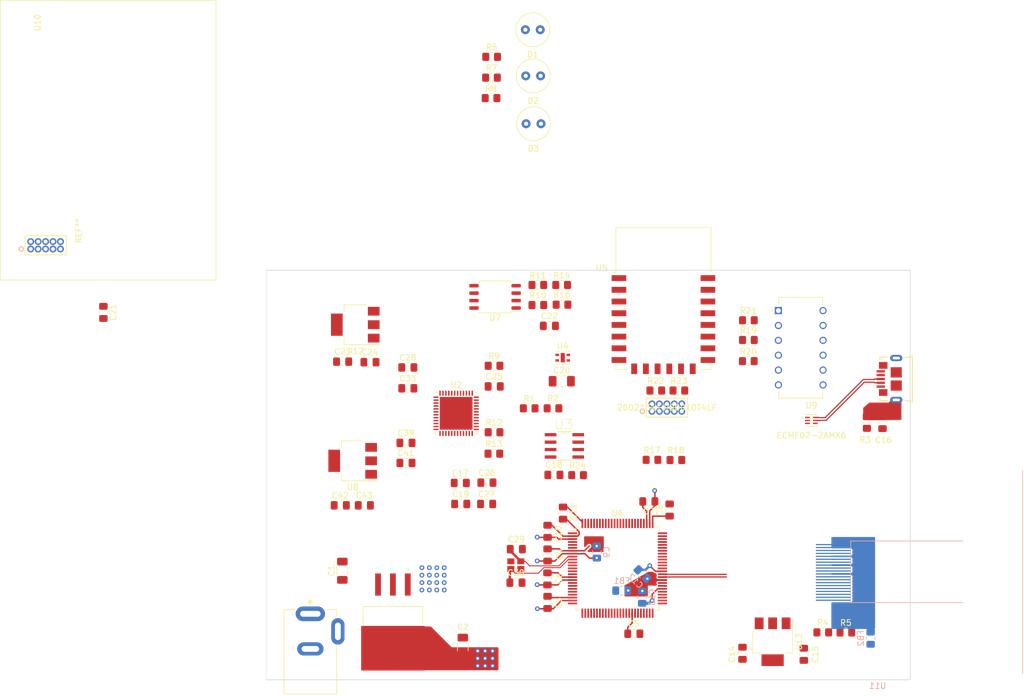
<source format=kicad_pcb>
(kicad_pcb (version 20171130) (host pcbnew "(5.1.9)-1")
  (layers (0 Top signal) (1 Gnd power hide) (2 Power power) (31 Bottom signal) (34 B.Paste user) (35 F.Paste user) (36 B.SilkS user) (37 F.SilkS user) (38 B.Mask user) (39 F.Mask user) (44 Edge.Cuts user))
  (net 0 "")
  (net 1 GND)
  (net 2 +3V3)
  (net 3 "Net-(J1-Pad3)")
  (net 4 /SCL)
  (net 5 /SDA)
  (net 6 "Net-(U6-Pad99)")
  (net 7 "Net-(U6-Pad98)")
  (net 8 "Net-(U6-Pad97)")
  (net 9 "Net-(U6-Pad96)")
  (net 10 "Net-(U6-Pad95)")
  (net 11 "Net-(U6-Pad94)")
  (net 12 "Net-(U6-Pad93)")
  (net 13 "Net-(U6-Pad92)")
  (net 14 "Net-(U6-Pad91)")
  (net 15 "Net-(U6-Pad90)")
  (net 16 "Net-(U6-Pad89)")
  (net 17 "Net-(U6-Pad88)")
  (net 18 "Net-(U6-Pad87)")
  (net 19 "Net-(U6-Pad86)")
  (net 20 "Net-(U6-Pad85)")
  (net 21 "Net-(U6-Pad84)")
  (net 22 "Net-(U6-Pad83)")
  (net 23 "Net-(U6-Pad82)")
  (net 24 "Net-(U6-Pad81)")
  (net 25 "Net-(U6-Pad80)")
  (net 26 "Net-(U6-Pad72)")
  (net 27 "Net-(U6-Pad70)")
  (net 28 "Net-(U6-Pad69)")
  (net 29 "Net-(U6-Pad68)")
  (net 30 "Net-(U6-Pad67)")
  (net 31 "Net-(U6-Pad66)")
  (net 32 "Net-(U6-Pad54)")
  (net 33 "Net-(U6-Pad53)")
  (net 34 "Net-(U6-Pad52)")
  (net 35 "Net-(U6-Pad51)")
  (net 36 "Net-(U6-Pad50)")
  (net 37 "Net-(U6-Pad49)")
  (net 38 "Net-(U6-Pad48)")
  (net 39 "Net-(U6-Pad47)")
  (net 40 "Net-(U6-Pad46)")
  (net 41 "Net-(U6-Pad42)")
  (net 42 "Net-(U6-Pad41)")
  (net 43 "Net-(U6-Pad40)")
  (net 44 "Net-(U6-Pad39)")
  (net 45 "Net-(U6-Pad38)")
  (net 46 "Net-(U6-Pad37)")
  (net 47 "Net-(U6-Pad36)")
  (net 48 "Net-(U6-Pad35)")
  (net 49 "Net-(U6-Pad34)")
  (net 50 "Net-(U6-Pad33)")
  (net 51 "Net-(U6-Pad32)")
  (net 52 "Net-(U6-Pad31)")
  (net 53 "Net-(U6-Pad30)")
  (net 54 "Net-(U6-Pad29)")
  (net 55 "Net-(U6-Pad22)")
  (net 56 "Net-(U6-Pad21)")
  (net 57 "Net-(U6-Pad20)")
  (net 58 "Net-(U6-Pad19)")
  (net 59 "Net-(U6-Pad15)")
  (net 60 "Net-(U6-Pad14)")
  (net 61 "Net-(U6-Pad13)")
  (net 62 "Net-(U6-Pad12)")
  (net 63 "Net-(U6-Pad11)")
  (net 64 "Net-(U6-Pad6)")
  (net 65 "Net-(U6-Pad5)")
  (net 66 "Net-(U6-Pad4)")
  (net 67 /STM32F469VET/VCAP_1)
  (net 68 /STM32F469VET/VCAP_2)
  (net 69 /STM32F469VET/VCAPDSI)
  (net 70 "Net-(C16-Pad1)")
  (net 71 "Net-(J2-Pad4)")
  (net 72 /STM32F469VET/DSI_D1N)
  (net 73 /STM32F469VET/DSI_D1P)
  (net 74 /STM32F469VET/USB_OTG_FS_DP)
  (net 75 /STM32F469VET/USB_OTG_FS_VBUS)
  (net 76 +1V2)
  (net 77 "Net-(D1-Pad2)")
  (net 78 "Net-(D2-Pad2)")
  (net 79 "Net-(D3-Pad2)")
  (net 80 /STM32F469VET/USB_OTG_FS_DN)
  (net 81 /ICE40UP/LED_RED)
  (net 82 /ICE40UP/LED_GREEN)
  (net 83 /ICE40UP/LED_BLUE)
  (net 84 /ICE40UP/SF_SPI_DI)
  (net 85 /ICE40UP/SF_SPI_SS)
  (net 86 /ICE40UP/SF_SPI_SCK)
  (net 87 /ICE40UP/SF_SPI_DO)
  (net 88 /ICE40UP/CDONE)
  (net 89 /ICE40UP/SST_HOLD)
  (net 90 /ICE40UP/SST_WP)
  (net 91 "Net-(U9-Pad4)")
  (net 92 /STM32F469VET/USB_DP)
  (net 93 /STM32F469VET/USB_DN)
  (net 94 "Net-(S1-Pad10)")
  (net 95 "Net-(S1-Pad9)")
  (net 96 "Net-(S1-Pad8)")
  (net 97 /WIFI/EN)
  (net 98 "Net-(S1-Pad5)")
  (net 99 "Net-(S1-Pad4)")
  (net 100 "Net-(S1-Pad3)")
  (net 101 /WIFI/PROG_N)
  (net 102 /WIFI/RST_N)
  (net 103 /WIFI/UART_TXD)
  (net 104 /WIFI/UART_RXD)
  (net 105 "Net-(U5-Pad20)")
  (net 106 "Net-(U5-Pad19)")
  (net 107 "Net-(R23-Pad2)")
  (net 108 /WIFI/HSPI_CS)
  (net 109 "Net-(U5-Pad12)")
  (net 110 "Net-(U5-Pad11)")
  (net 111 /WIFI/HSPI_MOSI)
  (net 112 /WIFI/HSPI_MISO)
  (net 113 /WIFI/HSPI_SCK)
  (net 114 "Net-(U5-Pad4)")
  (net 115 "Net-(U5-Pad2)")
  (net 116 /STM32F469VET/SPI_MOSI)
  (net 117 /STM32F469VET/SPI_MISO)
  (net 118 /temp_alert)
  (net 119 "Net-(U2-Pad43)")
  (net 120 "Net-(U2-Pad34)")
  (net 121 "Net-(U2-Pad32)")
  (net 122 "Net-(U2-Pad31)")
  (net 123 "Net-(U2-Pad28)")
  (net 124 /ICE40UP/spi_miso)
  (net 125 /ICE40UP/spi_sck)
  (net 126 /ICE40UP/spi_cs)
  (net 127 /ICE40UP/spi_mosi)
  (net 128 "Net-(U2-Pad21)")
  (net 129 "Net-(U2-Pad20)")
  (net 130 "Net-(U2-Pad19)")
  (net 131 "Net-(U2-Pad18)")
  (net 132 "Net-(U2-Pad13)")
  (net 133 "Net-(U2-Pad12)")
  (net 134 "Net-(U2-Pad11)")
  (net 135 "Net-(U2-Pad10)")
  (net 136 "Net-(U2-Pad9)")
  (net 137 "Net-(U2-Pad48)")
  (net 138 "Net-(U2-Pad45)")
  (net 139 "Net-(U2-Pad44)")
  (net 140 "Net-(U2-Pad4)")
  (net 141 "Net-(U2-Pad3)")
  (net 142 "Net-(U2-Pad2)")
  (net 143 /ice_tck)
  (net 144 /ice_tdo)
  (net 145 /ice_crst_b)
  (net 146 /swclk)
  (net 147 "Net-(U11-Pad1)")
  (net 148 "Net-(U11-Pad3)")
  (net 149 "Net-(U11-Pad5)")
  (net 150 "Net-(U11-Pad11)")
  (net 151 "Net-(U11-Pad12)")
  (net 152 /DSI_D0P)
  (net 153 /DSI_D0N)
  (net 154 /ice_tdi)
  (net 155 +5V)
  (net 156 "Net-(U10-Pad6)")
  (net 157 "Net-(U10-Pad5)")
  (net 158 "Net-(U10-Pad10)")
  (net 159 +2V5)
  (net 160 "Net-(R13-Pad1)")
  (net 161 "Net-(R12-Pad1)")
  (net 162 +12V)
  (net 163 GND1)
  (net 164 "Net-(R4-Pad1)")
  (net 165 /lcd_reset)
  (net 166 "Net-(U2-Pad35)")
  (net 167 "Net-(TP1-Pad1)")
  (net 168 GND2)
  (net 169 /RCC_OSC_IN)
  (net 170 /DSI_CLN)
  (net 171 /DSI_CLP)
  (net 172 /RCC_OSC_OUT)
  (module Capacitor_SMD:C_0805_2012Metric_Pad1.18x1.45mm_HandSolder (layer Top) (at 67.5855 90.043)
    (fp_text reference C39 (at 0 -1.68) (layer F.SilkS))
    (fp_text value 100nF)
    (pad 2 smd roundrect (at 1.0375 0) (size 1.175 1.45) (layers Top F.Paste F.Mask) (roundrect_rratio 0.212766) (net 1 GND))
    (pad 1 smd roundrect (at -1.0375 0) (size 1.175 1.45) (layers Top F.Paste F.Mask) (roundrect_rratio 0.212766) (net 76 +1V2))
  )
  (module Air_Pollution_Sensor:PM2008 (layer Top) (at 35.14344 62.2173 270)
    (fp_text reference U10 (at -43.9966 30.48 90) (layer F.SilkS))
    (fp_text value PM2008)
    (fp_text user REF** (at -8.4328 23.4442 90) (layer F.SilkS))
    (pad 4 thru_hole circle (at -6.5786 30.3746 180) (size 1.1684 1.1684) (drill 0.6604) (layers *.Cu *.Mask) (net 1 GND))
    (pad 1 thru_hole circle (at -5.3086 31.6446 180) (size 1.1684 1.1684) (drill 0.6604) (layers *.Cu *.Mask) (net 155 +5V))
    (pad 2 thru_hole circle (at -6.5786 31.6446 180) (size 1.1684 1.1684) (drill 0.6604) (layers *.Cu *.Mask) (net 155 +5V))
    (pad 6 thru_hole circle (at -6.5786 29.1046 180) (size 1.1684 1.1684) (drill 0.6604) (layers *.Cu *.Mask) (net 156 "Net-(U10-Pad6)"))
    (pad 7 thru_hole circle (at -5.3086 27.8346 180) (size 1.1684 1.1684) (drill 0.6604) (layers *.Cu *.Mask) (net 5 /SDA))
    (pad 5 thru_hole circle (at -5.3086 29.1046 180) (size 1.1684 1.1684) (drill 0.6604) (layers *.Cu *.Mask) (net 157 "Net-(U10-Pad5)"))
    (pad 8 thru_hole circle (at -6.5786 27.8346 180) (size 1.1684 1.1684) (drill 0.6604) (layers *.Cu *.Mask) (net 1 GND))
    (pad 9 thru_hole circle (at -5.3086 26.5646 180) (size 1.1684 1.1684) (drill 0.6604) (layers *.Cu *.Mask) (net 4 /SCL))
    (pad 3 thru_hole circle (at -5.3086 30.3746 180) (size 1.1684 1.1684) (drill 0.6604) (layers *.Cu *.Mask) (net 1 GND))
    (pad 10 thru_hole circle (at -6.5786 26.5646 180) (size 1.1684 1.1684) (drill 0.6604) (layers *.Cu *.Mask) (net 158 "Net-(U10-Pad10)"))
  )
  (module Air_Pollution_Sensor:XTAL_ECS-250-8-36-RWN-TR (layer Top) (at 86.3473 110.9345 180)
    (fp_text reference Y1 (at -0.226373 -1.958058) (layer F.SilkS) (effects (font (size 0.480799 0.480799) (thickness 0.015))))
    (fp_text value ECS-250-8-36-RWN-TR)
    (pad 4 smd rect (at -0.85 -0.65 180) (size 1.2 1) (layers Top F.Paste F.Mask) (net 1 GND))
    (pad 3 smd rect (at 0.85 -0.65 180) (size 1.2 1) (layers Top F.Paste F.Mask) (net 172 /RCC_OSC_OUT))
    (pad 2 smd rect (at 0.85 0.65 180) (size 1.2 1) (layers Top F.Paste F.Mask) (net 1 GND))
    (pad 1 smd rect (at -0.85 0.65 180) (size 1.2 1) (layers Top F.Paste F.Mask) (net 169 /RCC_OSC_IN))
  )
  (module Resistor_SMD:R_0805_2012Metric_Pad1.20x1.40mm_HandSolder (layer Top) (at 94.234 66.421)
    (fp_text reference R16 (at 0 -1.65) (layer F.SilkS))
    (fp_text value 10K)
    (pad 2 smd roundrect (at 1 0) (size 1.2 1.4) (layers Top F.Paste F.Mask) (roundrect_rratio 0.208333) (net 89 /ICE40UP/SST_HOLD))
    (pad 1 smd roundrect (at -1 0) (size 1.2 1.4) (layers Top F.Paste F.Mask) (roundrect_rratio 0.208333) (net 2 +3V3))
  )
  (module Resistor_SMD:R_0805_2012Metric_Pad1.20x1.40mm_HandSolder (layer Top) (at 94.1705 63.0555)
    (fp_text reference R14 (at 0 -1.65) (layer F.SilkS))
    (fp_text value 10K)
    (pad 2 smd roundrect (at 1 0) (size 1.2 1.4) (layers Top F.Paste F.Mask) (roundrect_rratio 0.208333) (net 90 /ICE40UP/SST_WP))
    (pad 1 smd roundrect (at -1 0) (size 1.2 1.4) (layers Top F.Paste F.Mask) (roundrect_rratio 0.208333) (net 2 +3V3))
  )
  (module Resistor_SMD:R_0805_2012Metric_Pad1.20x1.40mm_HandSolder (layer Top) (at 82.5975 91.8845)
    (fp_text reference R13 (at 0 -1.65) (layer F.SilkS))
    (fp_text value 22)
    (pad 2 smd roundrect (at 1 0) (size 1.2 1.4) (layers Top F.Paste F.Mask) (roundrect_rratio 0.208333) (net 84 /ICE40UP/SF_SPI_DI))
    (pad 1 smd roundrect (at -1 0) (size 1.2 1.4) (layers Top F.Paste F.Mask) (roundrect_rratio 0.208333) (net 160 "Net-(R13-Pad1)"))
  )
  (module Resistor_SMD:R_0805_2012Metric_Pad1.20x1.40mm_HandSolder (layer Top) (at 82.6295 88.2269)
    (fp_text reference R12 (at 0 -1.65) (layer F.SilkS))
    (fp_text value 22)
    (pad 2 smd roundrect (at 1 0) (size 1.2 1.4) (layers Top F.Paste F.Mask) (roundrect_rratio 0.208333) (net 87 /ICE40UP/SF_SPI_DO))
    (pad 1 smd roundrect (at -1 0) (size 1.2 1.4) (layers Top F.Paste F.Mask) (roundrect_rratio 0.208333) (net 161 "Net-(R12-Pad1)"))
  )
  (module Resistor_SMD:R_0805_2012Metric_Pad1.20x1.40mm_HandSolder (layer Top) (at 90.1065 63.0555)
    (fp_text reference R11 (at 0 -1.65) (layer F.SilkS))
    (fp_text value 1K)
    (pad 2 smd roundrect (at 1 0) (size 1.2 1.4) (layers Top F.Paste F.Mask) (roundrect_rratio 0.208333) (net 1 GND))
    (pad 1 smd roundrect (at -1 0) (size 1.2 1.4) (layers Top F.Paste F.Mask) (roundrect_rratio 0.208333) (net 85 /ICE40UP/SF_SPI_SS))
  )
  (module Resistor_SMD:R_0805_2012Metric_Pad1.20x1.40mm_HandSolder (layer Top) (at 90.1065 66.4845)
    (fp_text reference R10 (at 0 -1.65) (layer F.SilkS))
    (fp_text value 10K)
    (pad 2 smd roundrect (at 1 0) (size 1.2 1.4) (layers Top F.Paste F.Mask) (roundrect_rratio 0.208333) (net 85 /ICE40UP/SF_SPI_SS))
    (pad 1 smd roundrect (at -1 0) (size 1.2 1.4) (layers Top F.Paste F.Mask) (roundrect_rratio 0.208333) (net 2 +3V3))
  )
  (module Resistor_SMD:R_0805_2012Metric_Pad1.20x1.40mm_HandSolder (layer Top) (at 82.6295 76.8604)
    (fp_text reference R9 (at 0 -1.65) (layer F.SilkS))
    (fp_text value 4.7K)
    (pad 2 smd roundrect (at 1 0) (size 1.2 1.4) (layers Top F.Paste F.Mask) (roundrect_rratio 0.208333) (net 2 +3V3))
    (pad 1 smd roundrect (at -1 0) (size 1.2 1.4) (layers Top F.Paste F.Mask) (roundrect_rratio 0.208333) (net 145 /ice_crst_b))
  )
  (module Resistor_SMD:R_0805_2012Metric_Pad1.20x1.40mm_HandSolder (layer Top) (at 82.11744 31.115)
    (fp_text reference R8 (at 0 -1.65) (layer F.SilkS))
    (fp_text value 5)
    (pad 2 smd roundrect (at 1 0) (size 1.2 1.4) (layers Top F.Paste F.Mask) (roundrect_rratio 0.208333) (net 83 /ICE40UP/LED_BLUE))
    (pad 1 smd roundrect (at -1 0) (size 1.2 1.4) (layers Top F.Paste F.Mask) (roundrect_rratio 0.208333) (net 79 "Net-(D3-Pad2)"))
  )
  (module Resistor_SMD:R_0805_2012Metric_Pad1.20x1.40mm_HandSolder (layer Top) (at 82.18604 27.6225)
    (fp_text reference R7 (at 0 -1.65) (layer F.SilkS))
    (fp_text value 5)
    (pad 2 smd roundrect (at 1 0) (size 1.2 1.4) (layers Top F.Paste F.Mask) (roundrect_rratio 0.208333) (net 82 /ICE40UP/LED_GREEN))
    (pad 1 smd roundrect (at -1 0) (size 1.2 1.4) (layers Top F.Paste F.Mask) (roundrect_rratio 0.208333) (net 78 "Net-(D2-Pad2)"))
  )
  (module Resistor_SMD:R_0805_2012Metric_Pad1.20x1.40mm_HandSolder (layer Top) (at 82.21294 24.0665)
    (fp_text reference R6 (at 0 -1.65) (layer F.SilkS))
    (fp_text value 60)
    (pad 2 smd roundrect (at 1 0) (size 1.2 1.4) (layers Top F.Paste F.Mask) (roundrect_rratio 0.208333) (net 81 /ICE40UP/LED_RED))
    (pad 1 smd roundrect (at -1 0) (size 1.2 1.4) (layers Top F.Paste F.Mask) (roundrect_rratio 0.208333) (net 77 "Net-(D1-Pad2)"))
  )
  (module Capacitor_SMD:C_0805_2012Metric_Pad1.18x1.45mm_HandSolder (layer Top) (at 86.3688 113.9317)
    (fp_text reference C30 (at 0 -1.68) (layer F.SilkS))
    (fp_text value 8pF)
    (pad 2 smd roundrect (at 1.0375 0) (size 1.175 1.45) (layers Top F.Paste F.Mask) (roundrect_rratio 0.212766) (net 1 GND))
    (pad 1 smd roundrect (at -1.0375 0) (size 1.175 1.45) (layers Top F.Paste F.Mask) (roundrect_rratio 0.212766) (net 172 /RCC_OSC_OUT))
  )
  (module Capacitor_SMD:C_0805_2012Metric_Pad1.18x1.45mm_HandSolder (layer Top) (at 86.4323 108.204)
    (fp_text reference C29 (at 0 -1.68) (layer F.SilkS))
    (fp_text value 8pF)
    (pad 2 smd roundrect (at 1.0375 0) (size 1.175 1.45) (layers Top F.Paste F.Mask) (roundrect_rratio 0.212766) (net 1 GND))
    (pad 1 smd roundrect (at -1.0375 0) (size 1.175 1.45) (layers Top F.Paste F.Mask) (roundrect_rratio 0.212766) (net 169 /RCC_OSC_IN))
  )
  (module Capacitor_SMD:C_0805_2012Metric_Pad1.18x1.45mm_HandSolder (layer Bottom) (at 146.939 123.4225 270)
    (fp_text reference FB2 (at 0 1.68 270) (layer B.SilkS) (effects (justify mirror)))
    (fp_text value Ferrite_Bead)
    (pad 2 smd roundrect (at 1.0375 0 270) (size 1.175 1.45) (layers Bottom B.Paste B.Mask) (roundrect_rratio 0.212766) (net 1 GND))
    (pad 1 smd roundrect (at -1.0375 0 270) (size 1.175 1.45) (layers Bottom B.Paste B.Mask) (roundrect_rratio 0.212766) (net 168 GND2))
  )
  (module Package_TO_SOT_SMD:SOT-223-3_TabPin2 (layer Top) (at 130.20294 124.0282 270)
    (fp_text reference U13 (at 0 -4.5 90) (layer F.SilkS))
    (fp_text value LD1117S50TR_SOT223)
    (pad 1 smd rect (at -3.15 -2.3 270) (size 2 1.5) (layers Top F.Paste F.Mask) (net 1 GND))
    (pad 3 smd rect (at -3.15 2.3 270) (size 2 1.5) (layers Top F.Paste F.Mask) (net 162 +12V))
    (pad 2 smd rect (at -3.15 0 270) (size 2 1.5) (layers Top F.Paste F.Mask) (net 155 +5V))
    (pad 2 smd rect (at 3.15 0 270) (size 2 3.8) (layers Top F.Paste F.Mask) (net 155 +5V))
  )
  (module Resistor_SMD:R_0805_2012Metric_Pad1.20x1.40mm_HandSolder (layer Top) (at 142.7099 122.4407)
    (fp_text reference R5 (at 0 -1.65) (layer F.SilkS))
    (fp_text value 10k)
    (pad 2 smd roundrect (at 1 0) (size 1.2 1.4) (layers Top F.Paste F.Mask) (roundrect_rratio 0.208333) (net 2 +3V3))
    (pad 1 smd roundrect (at -1 0) (size 1.2 1.4) (layers Top F.Paste F.Mask) (roundrect_rratio 0.208333) (net 165 /lcd_reset))
  )
  (module Resistor_SMD:R_0805_2012Metric_Pad1.20x1.40mm_HandSolder (layer Top) (at 138.7635 122.428)
    (fp_text reference R4 (at 0 -1.65) (layer F.SilkS))
    (fp_text value 140)
    (pad 2 smd roundrect (at 1 0) (size 1.2 1.4) (layers Top F.Paste F.Mask) (roundrect_rratio 0.208333) (net 1 GND))
    (pad 1 smd roundrect (at -1 0) (size 1.2 1.4) (layers Top F.Paste F.Mask) (roundrect_rratio 0.208333) (net 164 "Net-(R4-Pad1)"))
  )
  (module Capacitor_SMD:C_0805_2012Metric_Pad1.18x1.45mm_HandSolder (layer Bottom) (at 104.4448 115.2906 180)
    (fp_text reference FB1 (at 0 1.68 180) (layer B.SilkS) (effects (justify mirror)))
    (fp_text value Ferrite_Bead)
    (pad 2 smd roundrect (at 1.0375 0 180) (size 1.175 1.45) (layers Bottom B.Paste B.Mask) (roundrect_rratio 0.212766) (net 1 GND))
    (pad 1 smd roundrect (at -1.0375 0 180) (size 1.175 1.45) (layers Bottom B.Paste B.Mask) (roundrect_rratio 0.212766) (net 163 GND1))
  )
  (module Capacitor_SMD:C_0805_2012Metric_Pad1.18x1.45mm_HandSolder (layer Top) (at 67.903 77.1525)
    (fp_text reference C28 (at 0 -1.68) (layer F.SilkS))
    (fp_text value 10uF)
    (pad 2 smd roundrect (at 1.0375 0) (size 1.175 1.45) (layers Top F.Paste F.Mask) (roundrect_rratio 0.212766) (net 1 GND))
    (pad 1 smd roundrect (at -1.0375 0) (size 1.175 1.45) (layers Top F.Paste F.Mask) (roundrect_rratio 0.212766) (net 159 +2V5))
  )
  (module Capacitor_SMD:C_0805_2012Metric_Pad1.18x1.45mm_HandSolder (layer Top) (at 135.52678 126.1745 90)
    (fp_text reference C15 (at 0 1.97104 270) (layer F.SilkS))
    (fp_text value 10uF)
    (pad 2 smd roundrect (at 1.0375 0 90) (size 1.175 1.45) (layers Top F.Paste F.Mask) (roundrect_rratio 0.212766) (net 1 GND))
    (pad 1 smd roundrect (at -1.0375 0 90) (size 1.175 1.45) (layers Top F.Paste F.Mask) (roundrect_rratio 0.212766) (net 155 +5V))
  )
  (module Capacitor_SMD:C_0805_2012Metric_Pad1.18x1.45mm_HandSolder (layer Top) (at 125.0569 125.9967 270)
    (fp_text reference C14 (at 0.14732 1.79324 270) (layer F.SilkS))
    (fp_text value 10uF)
    (pad 2 smd roundrect (at 1.0375 0 270) (size 1.175 1.45) (layers Top F.Paste F.Mask) (roundrect_rratio 0.212766) (net 1 GND))
    (pad 1 smd roundrect (at -1.0375 0 270) (size 1.175 1.45) (layers Top F.Paste F.Mask) (roundrect_rratio 0.212766) (net 162 +12V))
  )
  (module Package_TO_SOT_SMD:SOT-223-3_TabPin2 (layer Top) (at 58.928 69.8373 180)
    (fp_text reference U12 (at 0 -4.5) (layer F.SilkS))
    (fp_text value LD1117S25TR_SOT223)
    (pad 1 smd rect (at -3.15 -2.3 180) (size 2 1.5) (layers Top F.Paste F.Mask) (net 1 GND))
    (pad 3 smd rect (at -3.15 2.3 180) (size 2 1.5) (layers Top F.Paste F.Mask) (net 2 +3V3))
    (pad 2 smd rect (at -3.15 0 180) (size 2 1.5) (layers Top F.Paste F.Mask) (net 159 +2V5))
    (pad 2 smd rect (at 3.15 0 180) (size 2 3.8) (layers Top F.Paste F.Mask) (net 159 +2V5))
  )
  (module Capacitor_SMD:C_0805_2012Metric_Pad1.18x1.45mm_HandSolder (layer Top) (at 81.3601 100.4824)
    (fp_text reference C27 (at 0 -1.68) (layer F.SilkS))
    (fp_text value 100nF)
    (pad 2 smd roundrect (at 1.0375 0) (size 1.175 1.45) (layers Top F.Paste F.Mask) (roundrect_rratio 0.212766) (net 1 GND))
    (pad 1 smd roundrect (at -1.0375 0) (size 1.175 1.45) (layers Top F.Paste F.Mask) (roundrect_rratio 0.212766) (net 2 +3V3))
  )
  (module Capacitor_SMD:C_0805_2012Metric_Pad1.18x1.45mm_HandSolder (layer Top) (at 81.4109 96.8375)
    (fp_text reference C26 (at 0 -1.68) (layer F.SilkS))
    (fp_text value 100nF)
    (pad 2 smd roundrect (at 1.0375 0) (size 1.175 1.45) (layers Top F.Paste F.Mask) (roundrect_rratio 0.212766) (net 1 GND))
    (pad 1 smd roundrect (at -1.0375 0) (size 1.175 1.45) (layers Top F.Paste F.Mask) (roundrect_rratio 0.212766) (net 2 +3V3))
  )
  (module Capacitor_SMD:C_0805_2012Metric_Pad1.18x1.45mm_HandSolder (layer Top) (at 82.6555 80.391)
    (fp_text reference C25 (at 0 -1.68) (layer F.SilkS))
    (fp_text value 1uF)
    (pad 2 smd roundrect (at 1.0375 0) (size 1.175 1.45) (layers Top F.Paste F.Mask) (roundrect_rratio 0.212766) (net 1 GND))
    (pad 1 smd roundrect (at -1.0375 0) (size 1.175 1.45) (layers Top F.Paste F.Mask) (roundrect_rratio 0.212766) (net 145 /ice_crst_b))
  )
  (module Capacitor_SMD:C_0805_2012Metric_Pad1.18x1.45mm_HandSolder (layer Top) (at 61.4387 76.2508)
    (fp_text reference C24 (at 0 -1.68) (layer F.SilkS))
    (fp_text value 10uF)
    (pad 2 smd roundrect (at 1.0375 0) (size 1.175 1.45) (layers Top F.Paste F.Mask) (roundrect_rratio 0.212766) (net 1 GND))
    (pad 1 smd roundrect (at -1.0375 0) (size 1.175 1.45) (layers Top F.Paste F.Mask) (roundrect_rratio 0.212766) (net 159 +2V5))
  )
  (module Capacitor_SMD:C_0805_2012Metric_Pad1.18x1.45mm_HandSolder (layer Top) (at 56.7651 76.1619)
    (fp_text reference C23 (at 0 -1.68) (layer F.SilkS))
    (fp_text value 10uF)
    (pad 2 smd roundrect (at 1.0375 0) (size 1.175 1.45) (layers Top F.Paste F.Mask) (roundrect_rratio 0.212766) (net 1 GND))
    (pad 1 smd roundrect (at -1.0375 0) (size 1.175 1.45) (layers Top F.Paste F.Mask) (roundrect_rratio 0.212766) (net 2 +3V3))
  )
  (module Capacitor_SMD:C_0805_2012Metric_Pad1.18x1.45mm_HandSolder (layer Top) (at 15.91056 67.73926 270)
    (fp_text reference C21 (at 0 -1.68 90) (layer F.SilkS))
    (fp_text value 0.1uF)
    (pad 2 smd roundrect (at 1.0375 0 270) (size 1.175 1.45) (layers Top F.Paste F.Mask) (roundrect_rratio 0.212766) (net 1 GND))
    (pad 1 smd roundrect (at -1.0375 0 270) (size 1.175 1.45) (layers Top F.Paste F.Mask) (roundrect_rratio 0.212766) (net 155 +5V))
  )
  (module Air_Pollution_Sensor:20021311-00010T4LF (layer Top) (at 109.601 84.6455 180)
    (fp_text reference J4 (at -2.54 0.635) (layer F.SilkS))
    (fp_text value 20021311-00010T4LF (at -2.54 0.635) (layer F.SilkS))
    (fp_text user * (at 0 0) (layer F.SilkS))
    (pad 10 thru_hole circle (at -5.08 1.27 180) (size 1.1684 1.1684) (drill 0.6604) (layers *.Cu *.Mask) (net 1 GND))
    (pad 9 thru_hole circle (at -5.08 0 180) (size 1.1684 1.1684) (drill 0.6604) (layers *.Cu *.Mask) (net 143 /ice_tck))
    (pad 8 thru_hole circle (at -3.81 1.27 180) (size 1.1684 1.1684) (drill 0.6604) (layers *.Cu *.Mask) (net 144 /ice_tdo))
    (pad 7 thru_hole circle (at -3.81 0 180) (size 1.1684 1.1684) (drill 0.6604) (layers *.Cu *.Mask) (net 154 /ice_tdi))
    (pad 6 thru_hole circle (at -2.54 1.27 180) (size 1.1684 1.1684) (drill 0.6604) (layers *.Cu *.Mask) (net 143 /ice_tck))
    (pad 5 thru_hole circle (at -2.54 0 180) (size 1.1684 1.1684) (drill 0.6604) (layers *.Cu *.Mask) (net 145 /ice_crst_b))
    (pad 4 thru_hole circle (at -1.27 1.27 180) (size 1.1684 1.1684) (drill 0.6604) (layers *.Cu *.Mask) (net 1 GND))
    (pad 3 thru_hole circle (at -1.27 0 180) (size 1.1684 1.1684) (drill 0.6604) (layers *.Cu *.Mask) (net 146 /swclk))
    (pad 2 thru_hole circle (at 0 1.27 180) (size 1.1684 1.1684) (drill 0.6604) (layers *.Cu *.Mask) (net 146 /swclk))
    (pad 1 thru_hole circle (at 0 0 180) (size 1.1684 1.1684) (drill 0.6604) (layers *.Cu *.Mask) (net 2 +3V3))
  )
  (module Air_Pollution_Sensor:AFR240320A0-1.77INTM-I (layer Bottom) (at 172.8978 129.4384)
    (fp_text reference U11 (at -24.77008 2.12852 180) (layer B.SilkS) (effects (justify mirror)))
    (fp_text value AFR240320A0-1.77INTM)
    (pad 1 smd roundrect (at -32.32082 -12.50762) (size 6 0.2) (layers Bottom B.Paste B.Mask) (net 147 "Net-(U11-Pad1)"))
    (pad 2 smd roundrect (at -32.32082 -13.00762) (size 6 0.2) (layers Bottom B.Paste B.Mask) (net 164 "Net-(R4-Pad1)"))
    (pad 3 smd roundrect (at -32.32082 -13.50762) (size 6 0.2) (layers Bottom B.Paste B.Mask) (net 148 "Net-(U11-Pad3)"))
    (pad 4 smd roundrect (at -32.32082 -14.00762) (size 6 0.2) (layers Bottom B.Paste B.Mask) (net 162 +12V))
    (pad 5 smd roundrect (at -32.32082 -14.50762) (size 6 0.2) (layers Bottom B.Paste B.Mask) (net 149 "Net-(U11-Pad5)"))
    (pad 6 smd roundrect (at -32.32082 -15.00762) (size 6 0.2) (layers Bottom B.Paste B.Mask) (net 2 +3V3))
    (pad 7 smd roundrect (at -32.32082 -15.50762) (size 6 0.2) (layers Bottom B.Paste B.Mask) (net 2 +3V3))
    (pad 8 smd roundrect (at -32.32082 -16.00762) (size 6 0.2) (layers Bottom B.Paste B.Mask) (net 167 "Net-(TP1-Pad1)"))
    (pad 9 smd roundrect (at -32.32082 -16.50762) (size 6 0.2) (layers Bottom B.Paste B.Mask) (net 165 /lcd_reset))
    (pad 10 smd roundrect (at -32.32082 -17.00762) (size 6 0.2) (layers Bottom B.Paste B.Mask) (net 168 GND2))
    (pad 11 smd roundrect (at -32.32082 -17.50762) (size 6 0.2) (layers Bottom B.Paste B.Mask) (net 150 "Net-(U11-Pad11)"))
    (pad 12 smd roundrect (at -32.32082 -18.00762) (size 6 0.2) (layers Bottom B.Paste B.Mask) (net 151 "Net-(U11-Pad12)"))
    (pad 13 smd roundrect (at -32.32082 -18.50762) (size 6 0.2) (layers Bottom B.Paste B.Mask) (net 168 GND2))
    (pad 14 smd roundrect (at -32.32082 -19.00762) (size 6 0.2) (layers Bottom B.Paste B.Mask) (net 171 /DSI_CLP))
    (pad 15 smd roundrect (at -32.32082 -19.50762) (size 6 0.2) (layers Bottom B.Paste B.Mask) (net 170 /DSI_CLN))
    (pad 16 smd roundrect (at -32.32082 -20.00762) (size 6 0.2) (layers Bottom B.Paste B.Mask) (net 168 GND2))
    (pad 17 smd roundrect (at -32.32082 -20.50762) (size 6 0.2) (layers Bottom B.Paste B.Mask) (net 152 /DSI_D0P))
    (pad 18 smd roundrect (at -32.32082 -21.00762) (size 6 0.2) (layers Bottom B.Paste B.Mask) (net 153 /DSI_D0N))
    (pad 19 smd roundrect (at -32.32082 -21.50762) (size 6 0.2) (layers Bottom B.Paste B.Mask) (net 168 GND2))
    (pad 20 smd roundrect (at -32.32082 -22.00762) (size 6 0.2) (layers Bottom B.Paste B.Mask) (net 168 GND2))
  )
  (module Resistor_SMD:R_0805_2012Metric_Pad1.20x1.40mm_HandSolder (layer Top) (at 114.189 81.0895)
    (fp_text reference R23 (at 0 -1.65) (layer F.SilkS))
    (fp_text value 10K)
    (pad 2 smd roundrect (at 1 0) (size 1.2 1.4) (layers Top F.Paste F.Mask) (roundrect_rratio 0.208333) (net 107 "Net-(R23-Pad2)"))
    (pad 1 smd roundrect (at -1 0) (size 1.2 1.4) (layers Top F.Paste F.Mask) (roundrect_rratio 0.208333) (net 2 +3V3))
  )
  (module Resistor_SMD:R_0805_2012Metric_Pad1.20x1.40mm_HandSolder (layer Top) (at 110.252 81.0895)
    (fp_text reference R22 (at 0 -1.65) (layer F.SilkS))
    (fp_text value 10K)
    (pad 2 smd roundrect (at 1 0) (size 1.2 1.4) (layers Top F.Paste F.Mask) (roundrect_rratio 0.208333) (net 1 GND))
    (pad 1 smd roundrect (at -1 0) (size 1.2 1.4) (layers Top F.Paste F.Mask) (roundrect_rratio 0.208333) (net 108 /WIFI/HSPI_CS))
  )
  (module Resistor_SMD:R_0805_2012Metric_Pad1.20x1.40mm_HandSolder (layer Top) (at 126.0635 69.088)
    (fp_text reference R21 (at 0 -1.65) (layer F.SilkS))
    (fp_text value 10K)
    (pad 2 smd roundrect (at 1 0) (size 1.2 1.4) (layers Top F.Paste F.Mask) (roundrect_rratio 0.208333) (net 102 /WIFI/RST_N))
    (pad 1 smd roundrect (at -1 0) (size 1.2 1.4) (layers Top F.Paste F.Mask) (roundrect_rratio 0.208333) (net 2 +3V3))
  )
  (module Resistor_SMD:R_0805_2012Metric_Pad1.20x1.40mm_HandSolder (layer Top) (at 126.0475 76.073)
    (fp_text reference R20 (at 0 -1.65) (layer F.SilkS))
    (fp_text value 10K)
    (pad 2 smd roundrect (at 1 0) (size 1.2 1.4) (layers Top F.Paste F.Mask) (roundrect_rratio 0.208333) (net 1 GND))
    (pad 1 smd roundrect (at -1 0) (size 1.2 1.4) (layers Top F.Paste F.Mask) (roundrect_rratio 0.208333) (net 97 /WIFI/EN))
  )
  (module Resistor_SMD:R_0805_2012Metric_Pad1.20x1.40mm_HandSolder (layer Top) (at 126.0635 72.4535)
    (fp_text reference R19 (at 0 -1.65) (layer F.SilkS))
    (fp_text value 10K)
    (pad 2 smd roundrect (at 1 0) (size 1.2 1.4) (layers Top F.Paste F.Mask) (roundrect_rratio 0.208333) (net 101 /WIFI/PROG_N))
    (pad 1 smd roundrect (at -1 0) (size 1.2 1.4) (layers Top F.Paste F.Mask) (roundrect_rratio 0.208333) (net 2 +3V3))
  )
  (module Resistor_SMD:R_0805_2012Metric_Pad1.20x1.40mm_HandSolder (layer Top) (at 113.681 92.964)
    (fp_text reference R18 (at 0 -1.65) (layer F.SilkS))
    (fp_text value 0)
    (pad 2 smd roundrect (at 1 0) (size 1.2 1.4) (layers Top F.Paste F.Mask) (roundrect_rratio 0.208333) (net 111 /WIFI/HSPI_MOSI))
    (pad 1 smd roundrect (at -1 0) (size 1.2 1.4) (layers Top F.Paste F.Mask) (roundrect_rratio 0.208333) (net 116 /STM32F469VET/SPI_MOSI))
  )
  (module Resistor_SMD:R_0805_2012Metric_Pad1.20x1.40mm_HandSolder (layer Top) (at 109.5977 92.9386)
    (fp_text reference R17 (at 0 -1.65) (layer F.SilkS))
    (fp_text value 0)
    (pad 2 smd roundrect (at 1 0) (size 1.2 1.4) (layers Top F.Paste F.Mask) (roundrect_rratio 0.208333) (net 112 /WIFI/HSPI_MISO))
    (pad 1 smd roundrect (at -1 0) (size 1.2 1.4) (layers Top F.Paste F.Mask) (roundrect_rratio 0.208333) (net 117 /STM32F469VET/SPI_MISO))
  )
  (module Air_Pollution_Sensor:C503B-GAN-CB0F0791 (layer Top) (at 89.37244 35.4965)
    (fp_text reference D3 (at 0 4.2545) (layer F.SilkS))
    (fp_text value LED_BLUE)
    (pad 2 thru_hole circle (at 1.27 0) (size 1.524 1.524) (drill 0.7) (layers *.Cu *.Mask) (net 79 "Net-(D3-Pad2)"))
    (pad 1 thru_hole circle (at -1.27 0) (size 1.524 1.524) (drill 0.7) (layers *.Cu *.Mask) (net 1 GND))
  )
  (module Air_Pollution_Sensor:C503B-GAN-CB0F0791 (layer Top) (at 89.30894 27.3177)
    (fp_text reference D2 (at 0 4.2545) (layer F.SilkS))
    (fp_text value LED_GREEN)
    (pad 2 thru_hole circle (at 1.27 0) (size 1.524 1.524) (drill 0.7) (layers *.Cu *.Mask) (net 78 "Net-(D2-Pad2)"))
    (pad 1 thru_hole circle (at -1.27 0) (size 1.524 1.524) (drill 0.7) (layers *.Cu *.Mask) (net 1 GND))
  )
  (module Air_Pollution_Sensor:C503B-GAN-CB0F0791 (layer Top) (at 89.24544 19.431)
    (fp_text reference D1 (at 0 4.2545) (layer F.SilkS))
    (fp_text value LED_RED)
    (pad 2 thru_hole circle (at 1.27 0) (size 1.524 1.524) (drill 0.7) (layers *.Cu *.Mask) (net 77 "Net-(D1-Pad2)"))
    (pad 1 thru_hole circle (at -1.27 0) (size 1.524 1.524) (drill 0.7) (layers *.Cu *.Mask) (net 1 GND))
  )
  (module Capacitor_SMD:C_0805_2012Metric_Pad1.18x1.45mm_HandSolder (layer Top) (at 60.4735 100.711)
    (fp_text reference C43 (at 0 -1.68) (layer F.SilkS))
    (fp_text value 10uF)
    (pad 2 smd roundrect (at 1.0375 0) (size 1.175 1.45) (layers Top F.Paste F.Mask) (roundrect_rratio 0.212766) (net 1 GND))
    (pad 1 smd roundrect (at -1.0375 0) (size 1.175 1.45) (layers Top F.Paste F.Mask) (roundrect_rratio 0.212766) (net 76 +1V2))
  )
  (module Capacitor_SMD:C_0805_2012Metric_Pad1.18x1.45mm_HandSolder (layer Top) (at 56.3665 100.711)
    (fp_text reference C42 (at 0 -1.68) (layer F.SilkS))
    (fp_text value 10uF)
    (pad 2 smd roundrect (at 1.0375 0) (size 1.175 1.45) (layers Top F.Paste F.Mask) (roundrect_rratio 0.212766) (net 1 GND))
    (pad 1 smd roundrect (at -1.0375 0) (size 1.175 1.45) (layers Top F.Paste F.Mask) (roundrect_rratio 0.212766) (net 2 +3V3))
  )
  (module Capacitor_SMD:C_0805_2012Metric_Pad1.18x1.45mm_HandSolder (layer Top) (at 67.5855 93.472)
    (fp_text reference C41 (at 0 -1.68) (layer F.SilkS))
    (fp_text value 10uF)
    (pad 2 smd roundrect (at 1.0375 0) (size 1.175 1.45) (layers Top F.Paste F.Mask) (roundrect_rratio 0.212766) (net 1 GND))
    (pad 1 smd roundrect (at -1.0375 0) (size 1.175 1.45) (layers Top F.Paste F.Mask) (roundrect_rratio 0.212766) (net 76 +1V2))
  )
  (module Capacitor_SMD:C_0805_2012Metric_Pad1.18x1.45mm_HandSolder (layer Top) (at 67.903 80.7085)
    (fp_text reference C33 (at 0 -1.68) (layer F.SilkS))
    (fp_text value 100nF)
    (pad 2 smd roundrect (at 1.0375 0) (size 1.175 1.45) (layers Top F.Paste F.Mask) (roundrect_rratio 0.212766) (net 1 GND))
    (pad 1 smd roundrect (at -1.0375 0) (size 1.175 1.45) (layers Top F.Paste F.Mask) (roundrect_rratio 0.212766) (net 159 +2V5))
  )
  (module Capacitor_SMD:C_0805_2012Metric_Pad1.18x1.45mm_HandSolder (layer Top) (at 92.075 70.0405)
    (fp_text reference C22 (at 0 -1.68) (layer F.SilkS))
    (fp_text value 100nF)
    (pad 2 smd roundrect (at 1.0375 0) (size 1.175 1.45) (layers Top F.Paste F.Mask) (roundrect_rratio 0.212766) (net 1 GND))
    (pad 1 smd roundrect (at -1.0375 0) (size 1.175 1.45) (layers Top F.Paste F.Mask) (roundrect_rratio 0.212766) (net 2 +3V3))
  )
  (module Capacitor_SMD:C_0805_2012Metric_Pad1.18x1.45mm_HandSolder (layer Top) (at 76.9327 100.4824)
    (fp_text reference C19 (at 0 -1.68) (layer F.SilkS))
    (fp_text value 100nF)
    (pad 2 smd roundrect (at 1.0375 0) (size 1.175 1.45) (layers Top F.Paste F.Mask) (roundrect_rratio 0.212766) (net 1 GND))
    (pad 1 smd roundrect (at -1.0375 0) (size 1.175 1.45) (layers Top F.Paste F.Mask) (roundrect_rratio 0.212766) (net 2 +3V3))
  )
  (module Capacitor_SMD:C_0805_2012Metric_Pad1.18x1.45mm_HandSolder (layer Top) (at 92.8536 95.5167)
    (fp_text reference C18 (at 0 -1.68) (layer F.SilkS))
    (fp_text value 0.1uF)
    (pad 2 smd roundrect (at 1.0375 0) (size 1.175 1.45) (layers Top F.Paste F.Mask) (roundrect_rratio 0.212766) (net 1 GND))
    (pad 1 smd roundrect (at -1.0375 0) (size 1.175 1.45) (layers Top F.Paste F.Mask) (roundrect_rratio 0.212766) (net 2 +3V3))
  )
  (module Capacitor_SMD:C_0805_2012Metric_Pad1.18x1.45mm_HandSolder (layer Top) (at 76.8604 96.8883)
    (fp_text reference C17 (at 0 -1.68) (layer F.SilkS))
    (fp_text value 10uF)
    (pad 2 smd roundrect (at 1.0375 0) (size 1.175 1.45) (layers Top F.Paste F.Mask) (roundrect_rratio 0.212766) (net 1 GND))
    (pad 1 smd roundrect (at -1.0375 0) (size 1.175 1.45) (layers Top F.Paste F.Mask) (roundrect_rratio 0.212766) (net 2 +3V3))
  )
  (module Air_Pollution_Sensor:DIP762W56P254L1772H585Q12 (layer Top) (at 135.001 73.787)
    (fp_text reference S1 (at -1.075 -9.885) (layer F.SilkS) (effects (font (thickness 0.015))))
    (fp_text value 1825057-5)
    (pad 12 thru_hole circle (at 3.81 -6.35) (size 1.22 1.22) (drill 0.81) (layers *.Cu *.Mask) (net 1 GND))
    (pad 11 thru_hole circle (at 3.81 -3.81) (size 1.22 1.22) (drill 0.81) (layers *.Cu *.Mask) (net 1 GND))
    (pad 10 thru_hole circle (at 3.81 -1.27) (size 1.22 1.22) (drill 0.81) (layers *.Cu *.Mask) (net 94 "Net-(S1-Pad10)"))
    (pad 9 thru_hole circle (at 3.81 1.27) (size 1.22 1.22) (drill 0.81) (layers *.Cu *.Mask) (net 95 "Net-(S1-Pad9)"))
    (pad 8 thru_hole circle (at 3.81 3.81) (size 1.22 1.22) (drill 0.81) (layers *.Cu *.Mask) (net 96 "Net-(S1-Pad8)"))
    (pad 7 thru_hole circle (at 3.81 6.35) (size 1.22 1.22) (drill 0.81) (layers *.Cu *.Mask) (net 2 +3V3))
    (pad 6 thru_hole circle (at -3.81 6.35) (size 1.22 1.22) (drill 0.81) (layers *.Cu *.Mask) (net 97 /WIFI/EN))
    (pad 5 thru_hole circle (at -3.81 3.81) (size 1.22 1.22) (drill 0.81) (layers *.Cu *.Mask) (net 98 "Net-(S1-Pad5)"))
    (pad 4 thru_hole circle (at -3.81 1.27) (size 1.22 1.22) (drill 0.81) (layers *.Cu *.Mask) (net 99 "Net-(S1-Pad4)"))
    (pad 3 thru_hole circle (at -3.81 -1.27) (size 1.22 1.22) (drill 0.81) (layers *.Cu *.Mask) (net 100 "Net-(S1-Pad3)"))
    (pad 2 thru_hole circle (at -3.81 -3.81) (size 1.22 1.22) (drill 0.81) (layers *.Cu *.Mask) (net 101 /WIFI/PROG_N))
    (pad 1 thru_hole rect (at -3.81 -6.35) (size 1.22 1.22) (drill 0.81) (layers *.Cu *.Mask) (net 102 /WIFI/RST_N))
  )
  (module Resistor_SMD:R_0805_2012Metric_Pad1.20x1.40mm_HandSolder (layer Top) (at 96.8916 95.5548)
    (fp_text reference R24 (at 0 -1.65) (layer F.SilkS))
    (fp_text value 10k)
    (pad 2 smd roundrect (at 1 0) (size 1.2 1.4) (layers Top F.Paste F.Mask) (roundrect_rratio 0.2083325) (net 2 +3V3))
    (pad 1 smd roundrect (at -1 0) (size 1.2 1.4) (layers Top F.Paste F.Mask) (roundrect_rratio 0.2083325) (net 118 /temp_alert))
  )
  (module Capacitor_SMD:C_1206_3216Metric_Pad1.33x1.80mm_HandSolder (layer Top) (at 94.1955 79.502)
    (fp_text reference C20 (at 0 -1.85) (layer F.SilkS))
    (fp_text value 1uF)
    (pad 2 smd roundrect (at 1.5625 0) (size 1.325 1.8) (layers Top F.Paste F.Mask) (roundrect_rratio 0.1886784905660377) (net 1 GND))
    (pad 1 smd roundrect (at -1.5625 0) (size 1.325 1.8) (layers Top F.Paste F.Mask) (roundrect_rratio 0.1886784905660377) (net 2 +3V3))
  )
  (module Air_Pollution_Sensor:ECMF02-2AMX6 (layer Top) (at 136.8298 86.2076)
    (fp_text reference U9 (at 0 -2.54) (layer F.SilkS))
    (fp_text value ECMF02-2AMX6 (at 0 2.54) (layer F.SilkS))
    (fp_text user * (at 0 0) (layer F.SilkS))
    (pad 1 smd rect (at -0.6731 -0.499999) (size 0.8128 0.254) (layers Top F.Paste F.Mask) (net 74 /STM32F469VET/USB_OTG_FS_DP))
    (pad 2 smd rect (at -0.6731 0) (size 0.8128 0.254) (layers Top F.Paste F.Mask) (net 80 /STM32F469VET/USB_OTG_FS_DN))
    (pad 3 smd rect (at -0.6731 0.499999) (size 0.8128 0.254) (layers Top F.Paste F.Mask) (net 1 GND))
    (pad 4 smd rect (at 0.6731 0.499999) (size 0.8128 0.254) (layers Top F.Paste F.Mask) (net 91 "Net-(U9-Pad4)"))
    (pad 5 smd rect (at 0.6731 0) (size 0.8128 0.254) (layers Top F.Paste F.Mask) (net 93 /STM32F469VET/USB_DN))
    (pad 6 smd rect (at 0.6731 -0.499999) (size 0.8128 0.254) (layers Top F.Paste F.Mask) (net 92 /STM32F469VET/USB_DP))
  )
  (module Package_TO_SOT_SMD:SOT-223-3_TabPin2 (layer Top) (at 58.4835 93.1037 180)
    (fp_text reference U8 (at 0 -4.5) (layer F.SilkS))
    (fp_text value LD1117S12TR_SOT223)
    (pad 1 smd rect (at -3.15 -2.3 180) (size 2 1.5) (layers Top F.Paste F.Mask) (net 1 GND))
    (pad 3 smd rect (at -3.15 2.3 180) (size 2 1.5) (layers Top F.Paste F.Mask) (net 2 +3V3))
    (pad 2 smd rect (at -3.15 0 180) (size 2 1.5) (layers Top F.Paste F.Mask) (net 76 +1V2))
    (pad 2 smd rect (at 3.15 0 180) (size 2 3.8) (layers Top F.Paste F.Mask) (net 76 +1V2))
  )
  (module Package_SO:SOIC-8_5.23x5.23mm_P1.27mm (layer Top) (at 82.804 65.0875 180)
    (fp_text reference U7 (at 0 -3.56) (layer F.SilkS))
    (fp_text value W25Q32JVSS)
    (pad 8 smd roundrect (at 3.6 -1.905 180) (size 1.6 0.6) (layers Top F.Paste F.Mask) (net 2 +3V3))
    (pad 7 smd roundrect (at 3.6 -0.635 180) (size 1.6 0.6) (layers Top F.Paste F.Mask) (net 89 /ICE40UP/SST_HOLD))
    (pad 6 smd roundrect (at 3.6 0.635 180) (size 1.6 0.6) (layers Top F.Paste F.Mask) (net 86 /ICE40UP/SF_SPI_SCK))
    (pad 5 smd roundrect (at 3.6 1.905 180) (size 1.6 0.6) (layers Top F.Paste F.Mask) (net 84 /ICE40UP/SF_SPI_DI))
    (pad 4 smd roundrect (at -3.6 1.905 180) (size 1.6 0.6) (layers Top F.Paste F.Mask) (net 1 GND))
    (pad 3 smd roundrect (at -3.6 0.635 180) (size 1.6 0.6) (layers Top F.Paste F.Mask) (net 90 /ICE40UP/SST_WP))
    (pad 2 smd roundrect (at -3.6 -0.635 180) (size 1.6 0.6) (layers Top F.Paste F.Mask) (net 87 /ICE40UP/SF_SPI_DO))
    (pad 1 smd roundrect (at -3.6 -1.905 180) (size 1.6 0.6) (layers Top F.Paste F.Mask) (net 85 /ICE40UP/SF_SPI_SS))
  )
  (module Package_DFN_QFN:QFN-48-1EP_7x7mm_P0.5mm_EP5.6x5.6mm (layer Top) (at 76.1537 84.9869)
    (fp_text reference U2 (at 0 -4.82) (layer F.SilkS))
    (fp_text value ICE40UP5K-SG48ITR)
    (pad 49 smd rect (at 0 0) (size 5.6 5.6) (layers Top F.Mask) (net 1 GND))
    (pad 48 smd roundrect (at -2.75 -3.4375) (size 0.25 0.875) (layers Top F.Paste F.Mask) (net 137 "Net-(U2-Pad48)"))
    (pad 47 smd roundrect (at -2.25 -3.4375) (size 0.25 0.875) (layers Top F.Paste F.Mask) (net 4 /SCL))
    (pad 46 smd roundrect (at -1.75 -3.4375) (size 0.25 0.875) (layers Top F.Paste F.Mask) (net 5 /SDA))
    (pad 45 smd roundrect (at -1.25 -3.4375) (size 0.25 0.875) (layers Top F.Paste F.Mask) (net 138 "Net-(U2-Pad45)"))
    (pad 44 smd roundrect (at -0.75 -3.4375) (size 0.25 0.875) (layers Top F.Paste F.Mask) (net 139 "Net-(U2-Pad44)"))
    (pad 43 smd roundrect (at -0.25 -3.4375) (size 0.25 0.875) (layers Top F.Paste F.Mask) (net 119 "Net-(U2-Pad43)"))
    (pad 42 smd roundrect (at 0.25 -3.4375) (size 0.25 0.875) (layers Top F.Paste F.Mask) (net 143 /ice_tck))
    (pad 41 smd roundrect (at 0.75 -3.4375) (size 0.25 0.875) (layers Top F.Paste F.Mask) (net 83 /ICE40UP/LED_BLUE))
    (pad 40 smd roundrect (at 1.25 -3.4375) (size 0.25 0.875) (layers Top F.Paste F.Mask) (net 82 /ICE40UP/LED_GREEN))
    (pad 39 smd roundrect (at 1.75 -3.4375) (size 0.25 0.875) (layers Top F.Paste F.Mask) (net 81 /ICE40UP/LED_RED))
    (pad 38 smd roundrect (at 2.25 -3.4375) (size 0.25 0.875) (layers Top F.Paste F.Mask) (net 144 /ice_tdo))
    (pad 37 smd roundrect (at 2.75 -3.4375) (size 0.25 0.875) (layers Top F.Paste F.Mask) (net 143 /ice_tck))
    (pad 36 smd roundrect (at 3.4375 -2.75) (size 0.875 0.25) (layers Top F.Paste F.Mask) (net 144 /ice_tdo))
    (pad 35 smd roundrect (at 3.4375 -2.25) (size 0.875 0.25) (layers Top F.Paste F.Mask) (net 166 "Net-(U2-Pad35)"))
    (pad 34 smd roundrect (at 3.4375 -1.75) (size 0.875 0.25) (layers Top F.Paste F.Mask) (net 120 "Net-(U2-Pad34)"))
    (pad 33 smd roundrect (at 3.4375 -1.25) (size 0.875 0.25) (layers Top F.Paste F.Mask) (net 2 +3V3))
    (pad 32 smd roundrect (at 3.4375 -0.75) (size 0.875 0.25) (layers Top F.Paste F.Mask) (net 121 "Net-(U2-Pad32)"))
    (pad 31 smd roundrect (at 3.4375 -0.25) (size 0.875 0.25) (layers Top F.Paste F.Mask) (net 122 "Net-(U2-Pad31)"))
    (pad 30 smd roundrect (at 3.4375 0.25) (size 0.875 0.25) (layers Top F.Paste F.Mask) (net 2 +3V3))
    (pad 29 smd roundrect (at 3.4375 0.75) (size 0.875 0.25) (layers Top F.Paste F.Mask) (net 76 +1V2))
    (pad 28 smd roundrect (at 3.4375 1.25) (size 0.875 0.25) (layers Top F.Paste F.Mask) (net 123 "Net-(U2-Pad28)"))
    (pad 27 smd roundrect (at 3.4375 1.75) (size 0.875 0.25) (layers Top F.Paste F.Mask) (net 124 /ICE40UP/spi_miso))
    (pad 26 smd roundrect (at 3.4375 2.25) (size 0.875 0.25) (layers Top F.Paste F.Mask) (net 125 /ICE40UP/spi_sck))
    (pad 25 smd roundrect (at 3.4375 2.75) (size 0.875 0.25) (layers Top F.Paste F.Mask) (net 126 /ICE40UP/spi_cs))
    (pad 24 smd roundrect (at 2.75 3.4375) (size 0.25 0.875) (layers Top F.Paste F.Mask) (net 159 +2V5))
    (pad 23 smd roundrect (at 2.25 3.4375) (size 0.25 0.875) (layers Top F.Paste F.Mask) (net 127 /ICE40UP/spi_mosi))
    (pad 22 smd roundrect (at 1.75 3.4375) (size 0.25 0.875) (layers Top F.Paste F.Mask) (net 2 +3V3))
    (pad 21 smd roundrect (at 1.25 3.4375) (size 0.25 0.875) (layers Top F.Paste F.Mask) (net 128 "Net-(U2-Pad21)"))
    (pad 20 smd roundrect (at 0.75 3.4375) (size 0.25 0.875) (layers Top F.Paste F.Mask) (net 129 "Net-(U2-Pad20)"))
    (pad 19 smd roundrect (at 0.25 3.4375) (size 0.25 0.875) (layers Top F.Paste F.Mask) (net 130 "Net-(U2-Pad19)"))
    (pad 18 smd roundrect (at -0.25 3.4375) (size 0.25 0.875) (layers Top F.Paste F.Mask) (net 131 "Net-(U2-Pad18)"))
    (pad 17 smd roundrect (at -0.75 3.4375) (size 0.25 0.875) (layers Top F.Paste F.Mask) (net 160 "Net-(R13-Pad1)"))
    (pad 16 smd roundrect (at -1.25 3.4375) (size 0.25 0.875) (layers Top F.Paste F.Mask) (net 85 /ICE40UP/SF_SPI_SS))
    (pad 15 smd roundrect (at -1.75 3.4375) (size 0.25 0.875) (layers Top F.Paste F.Mask) (net 86 /ICE40UP/SF_SPI_SCK))
    (pad 14 smd roundrect (at -2.25 3.4375) (size 0.25 0.875) (layers Top F.Paste F.Mask) (net 161 "Net-(R12-Pad1)"))
    (pad 13 smd roundrect (at -2.75 3.4375) (size 0.25 0.875) (layers Top F.Paste F.Mask) (net 132 "Net-(U2-Pad13)"))
    (pad 12 smd roundrect (at -3.4375 2.75) (size 0.875 0.25) (layers Top F.Paste F.Mask) (net 133 "Net-(U2-Pad12)"))
    (pad 11 smd roundrect (at -3.4375 2.25) (size 0.875 0.25) (layers Top F.Paste F.Mask) (net 134 "Net-(U2-Pad11)"))
    (pad 10 smd roundrect (at -3.4375 1.75) (size 0.875 0.25) (layers Top F.Paste F.Mask) (net 135 "Net-(U2-Pad10)"))
    (pad 9 smd roundrect (at -3.4375 1.25) (size 0.875 0.25) (layers Top F.Paste F.Mask) (net 136 "Net-(U2-Pad9)"))
    (pad 8 smd roundrect (at -3.4375 0.75) (size 0.875 0.25) (layers Top F.Paste F.Mask) (net 145 /ice_crst_b))
    (pad 7 smd roundrect (at -3.4375 0.25) (size 0.875 0.25) (layers Top F.Paste F.Mask) (net 88 /ICE40UP/CDONE))
    (pad 6 smd roundrect (at -3.4375 -0.25) (size 0.875 0.25) (layers Top F.Paste F.Mask) (net 118 /temp_alert))
    (pad 5 smd roundrect (at -3.4375 -0.75) (size 0.875 0.25) (layers Top F.Paste F.Mask) (net 2 +3V3))
    (pad 4 smd roundrect (at -3.4375 -1.25) (size 0.875 0.25) (layers Top F.Paste F.Mask) (net 140 "Net-(U2-Pad4)"))
    (pad 3 smd roundrect (at -3.4375 -1.75) (size 0.875 0.25) (layers Top F.Paste F.Mask) (net 141 "Net-(U2-Pad3)"))
    (pad 2 smd roundrect (at -3.4375 -2.25) (size 0.875 0.25) (layers Top F.Paste F.Mask) (net 142 "Net-(U2-Pad2)"))
    (pad 1 smd roundrect (at -3.4375 -2.75) (size 0.875 0.25) (layers Top F.Paste F.Mask) (net 2 +3V3))
  )
  (module Capacitor_SMD:C_1206_3216Metric_Pad1.33x1.80mm_HandSolder (layer Top) (at 77.2922 124.8795 90)
    (fp_text reference C2 (at 3.3405 0 180) (layer F.SilkS))
    (fp_text value 10uF)
    (pad 2 smd roundrect (at 1.5625 0 90) (size 1.325 1.8) (layers Top F.Paste F.Mask) (roundrect_rratio 0.1886784905660377) (net 1 GND))
    (pad 1 smd roundrect (at -1.5625 0 90) (size 1.325 1.8) (layers Top F.Paste F.Mask) (roundrect_rratio 0.1886784905660377) (net 2 +3V3))
  )
  (module Capacitor_SMD:C_1206_3216Metric_Pad1.33x1.80mm_HandSolder (layer Top) (at 56.7182 111.887 90)
    (fp_text reference C1 (at 0 -1.850001 90) (layer F.SilkS))
    (fp_text value 10uF)
    (pad 2 smd roundrect (at 1.5625 0 90) (size 1.325 1.8) (layers Top F.Paste F.Mask) (roundrect_rratio 0.1886784905660377) (net 1 GND))
    (pad 1 smd roundrect (at -1.5625 0 90) (size 1.325 1.8) (layers Top F.Paste F.Mask) (roundrect_rratio 0.1886784905660377) (net 162 +12V))
  )
  (module Air_Pollution_Sensor:TO254P1524X483-4N (layer Top) (at 65.3542 120.65 270)
    (fp_text reference U1 (at -5.825 -6.635 90) (layer F.SilkS) (effects (font (thickness 0.015))))
    (fp_text value LM1085ISX-3.3_NOPB)
    (pad 4 smd rect (at 4.48 0 270) (size 7.62 10.84) (layers Top F.Mask) (net 2 +3V3))
    (pad 3 smd rect (at -6.4 2.54 270) (size 3.79 0.99) (layers Top F.Paste F.Mask) (net 162 +12V))
    (pad 2 smd rect (at -6.4 0 270) (size 3.79 0.99) (layers Top F.Paste F.Mask) (net 2 +3V3))
    (pad 1 smd rect (at -6.4 -2.54 270) (size 3.79 0.99) (layers Top F.Paste F.Mask) (net 1 GND))
  )
  (module Package_QFP:LQFP-100_14x14mm_P0.5mm (layer Top) (at 103.7082 111.4806)
    (fp_text reference U6 (at 0 -9.42) (layer F.SilkS))
    (fp_text value STM32F469VETx)
    (pad 100 smd roundrect (at -6 -7.675) (size 0.3 1.6) (layers Top F.Paste F.Mask) (net 2 +3V3))
    (pad 99 smd roundrect (at -5.5 -7.675) (size 0.3 1.6) (layers Top F.Paste F.Mask) (net 6 "Net-(U6-Pad99)"))
    (pad 98 smd roundrect (at -5 -7.675) (size 0.3 1.6) (layers Top F.Paste F.Mask) (net 7 "Net-(U6-Pad98)"))
    (pad 97 smd roundrect (at -4.5 -7.675) (size 0.3 1.6) (layers Top F.Paste F.Mask) (net 8 "Net-(U6-Pad97)"))
    (pad 96 smd roundrect (at -4 -7.675) (size 0.3 1.6) (layers Top F.Paste F.Mask) (net 9 "Net-(U6-Pad96)"))
    (pad 95 smd roundrect (at -3.5 -7.675) (size 0.3 1.6) (layers Top F.Paste F.Mask) (net 10 "Net-(U6-Pad95)"))
    (pad 94 smd roundrect (at -3 -7.675) (size 0.3 1.6) (layers Top F.Paste F.Mask) (net 11 "Net-(U6-Pad94)"))
    (pad 93 smd roundrect (at -2.5 -7.675) (size 0.3 1.6) (layers Top F.Paste F.Mask) (net 12 "Net-(U6-Pad93)"))
    (pad 92 smd roundrect (at -2 -7.675) (size 0.3 1.6) (layers Top F.Paste F.Mask) (net 13 "Net-(U6-Pad92)"))
    (pad 91 smd roundrect (at -1.5 -7.675) (size 0.3 1.6) (layers Top F.Paste F.Mask) (net 14 "Net-(U6-Pad91)"))
    (pad 90 smd roundrect (at -1 -7.675) (size 0.3 1.6) (layers Top F.Paste F.Mask) (net 15 "Net-(U6-Pad90)"))
    (pad 89 smd roundrect (at -0.5 -7.675) (size 0.3 1.6) (layers Top F.Paste F.Mask) (net 16 "Net-(U6-Pad89)"))
    (pad 88 smd roundrect (at 0 -7.675) (size 0.3 1.6) (layers Top F.Paste F.Mask) (net 17 "Net-(U6-Pad88)"))
    (pad 87 smd roundrect (at 0.5 -7.675) (size 0.3 1.6) (layers Top F.Paste F.Mask) (net 18 "Net-(U6-Pad87)"))
    (pad 86 smd roundrect (at 1 -7.675) (size 0.3 1.6) (layers Top F.Paste F.Mask) (net 19 "Net-(U6-Pad86)"))
    (pad 85 smd roundrect (at 1.5 -7.675) (size 0.3 1.6) (layers Top F.Paste F.Mask) (net 20 "Net-(U6-Pad85)"))
    (pad 84 smd roundrect (at 2 -7.675) (size 0.3 1.6) (layers Top F.Paste F.Mask) (net 21 "Net-(U6-Pad84)"))
    (pad 83 smd roundrect (at 2.5 -7.675) (size 0.3 1.6) (layers Top F.Paste F.Mask) (net 22 "Net-(U6-Pad83)"))
    (pad 82 smd roundrect (at 3 -7.675) (size 0.3 1.6) (layers Top F.Paste F.Mask) (net 23 "Net-(U6-Pad82)"))
    (pad 81 smd roundrect (at 3.5 -7.675) (size 0.3 1.6) (layers Top F.Paste F.Mask) (net 24 "Net-(U6-Pad81)"))
    (pad 80 smd roundrect (at 4 -7.675) (size 0.3 1.6) (layers Top F.Paste F.Mask) (net 25 "Net-(U6-Pad80)"))
    (pad 79 smd roundrect (at 4.5 -7.675) (size 0.3 1.6) (layers Top F.Paste F.Mask) (net 146 /swclk))
    (pad 78 smd roundrect (at 5 -7.675) (size 0.3 1.6) (layers Top F.Paste F.Mask) (net 1 GND))
    (pad 77 smd roundrect (at 5.5 -7.675) (size 0.3 1.6) (layers Top F.Paste F.Mask) (net 2 +3V3))
    (pad 76 smd roundrect (at 6 -7.675) (size 0.3 1.6) (layers Top F.Paste F.Mask) (net 68 /STM32F469VET/VCAP_2))
    (pad 75 smd roundrect (at 7.675 -6) (size 1.6 0.3) (layers Top F.Paste F.Mask) (net 146 /swclk))
    (pad 74 smd roundrect (at 7.675 -5.5) (size 1.6 0.3) (layers Top F.Paste F.Mask) (net 74 /STM32F469VET/USB_OTG_FS_DP))
    (pad 73 smd roundrect (at 7.675 -5) (size 1.6 0.3) (layers Top F.Paste F.Mask) (net 80 /STM32F469VET/USB_OTG_FS_DN))
    (pad 72 smd roundrect (at 7.675 -4.5) (size 1.6 0.3) (layers Top F.Paste F.Mask) (net 26 "Net-(U6-Pad72)"))
    (pad 71 smd roundrect (at 7.675 -4) (size 1.6 0.3) (layers Top F.Paste F.Mask) (net 75 /STM32F469VET/USB_OTG_FS_VBUS))
    (pad 70 smd roundrect (at 7.675 -3.5) (size 1.6 0.3) (layers Top F.Paste F.Mask) (net 27 "Net-(U6-Pad70)"))
    (pad 69 smd roundrect (at 7.675 -3) (size 1.6 0.3) (layers Top F.Paste F.Mask) (net 28 "Net-(U6-Pad69)"))
    (pad 68 smd roundrect (at 7.675 -2.5) (size 1.6 0.3) (layers Top F.Paste F.Mask) (net 29 "Net-(U6-Pad68)"))
    (pad 67 smd roundrect (at 7.675 -2) (size 1.6 0.3) (layers Top F.Paste F.Mask) (net 30 "Net-(U6-Pad67)"))
    (pad 66 smd roundrect (at 7.675 -1.5) (size 1.6 0.3) (layers Top F.Paste F.Mask) (net 31 "Net-(U6-Pad66)"))
    (pad 65 smd roundrect (at 7.675 -1) (size 1.6 0.3) (layers Top F.Paste F.Mask) (net 2 +3V3))
    (pad 64 smd roundrect (at 7.675 -0.5) (size 1.6 0.3) (layers Top F.Paste F.Mask) (net 72 /STM32F469VET/DSI_D1N))
    (pad 63 smd roundrect (at 7.675 0) (size 1.6 0.3) (layers Top F.Paste F.Mask) (net 73 /STM32F469VET/DSI_D1P))
    (pad 62 smd roundrect (at 7.675 0.5) (size 1.6 0.3) (layers Top F.Paste F.Mask) (net 2 +3V3))
    (pad 61 smd roundrect (at 7.675 1) (size 1.6 0.3) (layers Top F.Paste F.Mask) (net 170 /DSI_CLN))
    (pad 60 smd roundrect (at 7.675 1.5) (size 1.6 0.3) (layers Top F.Paste F.Mask) (net 171 /DSI_CLP))
    (pad 59 smd roundrect (at 7.675 2) (size 1.6 0.3) (layers Top F.Paste F.Mask) (net 163 GND1))
    (pad 58 smd roundrect (at 7.675 2.5) (size 1.6 0.3) (layers Top F.Paste F.Mask) (net 153 /DSI_D0N))
    (pad 57 smd roundrect (at 7.675 3) (size 1.6 0.3) (layers Top F.Paste F.Mask) (net 152 /DSI_D0P))
    (pad 56 smd roundrect (at 7.675 3.5) (size 1.6 0.3) (layers Top F.Paste F.Mask) (net 69 /STM32F469VET/VCAPDSI))
    (pad 55 smd roundrect (at 7.675 4) (size 1.6 0.3) (layers Top F.Paste F.Mask) (net 2 +3V3))
    (pad 54 smd roundrect (at 7.675 4.5) (size 1.6 0.3) (layers Top F.Paste F.Mask) (net 32 "Net-(U6-Pad54)"))
    (pad 53 smd roundrect (at 7.675 5) (size 1.6 0.3) (layers Top F.Paste F.Mask) (net 33 "Net-(U6-Pad53)"))
    (pad 52 smd roundrect (at 7.675 5.5) (size 1.6 0.3) (layers Top F.Paste F.Mask) (net 34 "Net-(U6-Pad52)"))
    (pad 51 smd roundrect (at 7.675 6) (size 1.6 0.3) (layers Top F.Paste F.Mask) (net 35 "Net-(U6-Pad51)"))
    (pad 50 smd roundrect (at 6 7.675) (size 0.3 1.6) (layers Top F.Paste F.Mask) (net 36 "Net-(U6-Pad50)"))
    (pad 49 smd roundrect (at 5.5 7.675) (size 0.3 1.6) (layers Top F.Paste F.Mask) (net 37 "Net-(U6-Pad49)"))
    (pad 48 smd roundrect (at 5 7.675) (size 0.3 1.6) (layers Top F.Paste F.Mask) (net 38 "Net-(U6-Pad48)"))
    (pad 47 smd roundrect (at 4.5 7.675) (size 0.3 1.6) (layers Top F.Paste F.Mask) (net 39 "Net-(U6-Pad47)"))
    (pad 46 smd roundrect (at 4 7.675) (size 0.3 1.6) (layers Top F.Paste F.Mask) (net 40 "Net-(U6-Pad46)"))
    (pad 45 smd roundrect (at 3.5 7.675) (size 0.3 1.6) (layers Top F.Paste F.Mask) (net 2 +3V3))
    (pad 44 smd roundrect (at 3 7.675) (size 0.3 1.6) (layers Top F.Paste F.Mask) (net 1 GND))
    (pad 43 smd roundrect (at 2.5 7.675) (size 0.3 1.6) (layers Top F.Paste F.Mask) (net 67 /STM32F469VET/VCAP_1))
    (pad 42 smd roundrect (at 2 7.675) (size 0.3 1.6) (layers Top F.Paste F.Mask) (net 41 "Net-(U6-Pad42)"))
    (pad 41 smd roundrect (at 1.5 7.675) (size 0.3 1.6) (layers Top F.Paste F.Mask) (net 42 "Net-(U6-Pad41)"))
    (pad 40 smd roundrect (at 1 7.675) (size 0.3 1.6) (layers Top F.Paste F.Mask) (net 43 "Net-(U6-Pad40)"))
    (pad 39 smd roundrect (at 0.5 7.675) (size 0.3 1.6) (layers Top F.Paste F.Mask) (net 44 "Net-(U6-Pad39)"))
    (pad 38 smd roundrect (at 0 7.675) (size 0.3 1.6) (layers Top F.Paste F.Mask) (net 45 "Net-(U6-Pad38)"))
    (pad 37 smd roundrect (at -0.5 7.675) (size 0.3 1.6) (layers Top F.Paste F.Mask) (net 46 "Net-(U6-Pad37)"))
    (pad 36 smd roundrect (at -1 7.675) (size 0.3 1.6) (layers Top F.Paste F.Mask) (net 47 "Net-(U6-Pad36)"))
    (pad 35 smd roundrect (at -1.5 7.675) (size 0.3 1.6) (layers Top F.Paste F.Mask) (net 48 "Net-(U6-Pad35)"))
    (pad 34 smd roundrect (at -2 7.675) (size 0.3 1.6) (layers Top F.Paste F.Mask) (net 49 "Net-(U6-Pad34)"))
    (pad 33 smd roundrect (at -2.5 7.675) (size 0.3 1.6) (layers Top F.Paste F.Mask) (net 50 "Net-(U6-Pad33)"))
    (pad 32 smd roundrect (at -3 7.675) (size 0.3 1.6) (layers Top F.Paste F.Mask) (net 51 "Net-(U6-Pad32)"))
    (pad 31 smd roundrect (at -3.5 7.675) (size 0.3 1.6) (layers Top F.Paste F.Mask) (net 52 "Net-(U6-Pad31)"))
    (pad 30 smd roundrect (at -4 7.675) (size 0.3 1.6) (layers Top F.Paste F.Mask) (net 53 "Net-(U6-Pad30)"))
    (pad 29 smd roundrect (at -4.5 7.675) (size 0.3 1.6) (layers Top F.Paste F.Mask) (net 54 "Net-(U6-Pad29)"))
    (pad 28 smd roundrect (at -5 7.675) (size 0.3 1.6) (layers Top F.Paste F.Mask) (net 116 /STM32F469VET/SPI_MOSI))
    (pad 27 smd roundrect (at -5.5 7.675) (size 0.3 1.6) (layers Top F.Paste F.Mask) (net 117 /STM32F469VET/SPI_MISO))
    (pad 26 smd roundrect (at -6 7.675) (size 0.3 1.6) (layers Top F.Paste F.Mask) (net 113 /WIFI/HSPI_SCK))
    (pad 25 smd roundrect (at -7.675 6) (size 1.6 0.3) (layers Top F.Paste F.Mask) (net 108 /WIFI/HSPI_CS))
    (pad 24 smd roundrect (at -7.675 5.5) (size 1.6 0.3) (layers Top F.Paste F.Mask) (net 2 +3V3))
    (pad 23 smd roundrect (at -7.675 5) (size 1.6 0.3) (layers Top F.Paste F.Mask) (net 1 GND))
    (pad 22 smd roundrect (at -7.675 4.5) (size 1.6 0.3) (layers Top F.Paste F.Mask) (net 55 "Net-(U6-Pad22)"))
    (pad 21 smd roundrect (at -7.675 4) (size 1.6 0.3) (layers Top F.Paste F.Mask) (net 56 "Net-(U6-Pad21)"))
    (pad 20 smd roundrect (at -7.675 3.5) (size 1.6 0.3) (layers Top F.Paste F.Mask) (net 57 "Net-(U6-Pad20)"))
    (pad 19 smd roundrect (at -7.675 3) (size 1.6 0.3) (layers Top F.Paste F.Mask) (net 58 "Net-(U6-Pad19)"))
    (pad 18 smd roundrect (at -7.675 2.5) (size 1.6 0.3) (layers Top F.Paste F.Mask) (net 2 +3V3))
    (pad 17 smd roundrect (at -7.675 2) (size 1.6 0.3) (layers Top F.Paste F.Mask) (net 2 +3V3))
    (pad 16 smd roundrect (at -7.675 1.5) (size 1.6 0.3) (layers Top F.Paste F.Mask) (net 1 GND))
    (pad 15 smd roundrect (at -7.675 1) (size 1.6 0.3) (layers Top F.Paste F.Mask) (net 59 "Net-(U6-Pad15)"))
    (pad 14 smd roundrect (at -7.675 0.5) (size 1.6 0.3) (layers Top F.Paste F.Mask) (net 60 "Net-(U6-Pad14)"))
    (pad 13 smd roundrect (at -7.675 0) (size 1.6 0.3) (layers Top F.Paste F.Mask) (net 61 "Net-(U6-Pad13)"))
    (pad 12 smd roundrect (at -7.675 -0.5) (size 1.6 0.3) (layers Top F.Paste F.Mask) (net 62 "Net-(U6-Pad12)"))
    (pad 11 smd roundrect (at -7.675 -1) (size 1.6 0.3) (layers Top F.Paste F.Mask) (net 63 "Net-(U6-Pad11)"))
    (pad 10 smd roundrect (at -7.675 -1.5) (size 1.6 0.3) (layers Top F.Paste F.Mask) (net 172 /RCC_OSC_OUT))
    (pad 9 smd roundrect (at -7.675 -2) (size 1.6 0.3) (layers Top F.Paste F.Mask) (net 169 /RCC_OSC_IN))
    (pad 8 smd roundrect (at -7.675 -2.5) (size 1.6 0.3) (layers Top F.Paste F.Mask) (net 2 +3V3))
    (pad 7 smd roundrect (at -7.675 -3) (size 1.6 0.3) (layers Top F.Paste F.Mask) (net 1 GND))
    (pad 6 smd roundrect (at -7.675 -3.5) (size 1.6 0.3) (layers Top F.Paste F.Mask) (net 64 "Net-(U6-Pad6)"))
    (pad 5 smd roundrect (at -7.675 -4) (size 1.6 0.3) (layers Top F.Paste F.Mask) (net 65 "Net-(U6-Pad5)"))
    (pad 4 smd roundrect (at -7.675 -4.5) (size 1.6 0.3) (layers Top F.Paste F.Mask) (net 66 "Net-(U6-Pad4)"))
    (pad 3 smd roundrect (at -7.675 -5) (size 1.6 0.3) (layers Top F.Paste F.Mask) (net 2 +3V3))
    (pad 2 smd roundrect (at -7.675 -5.5) (size 1.6 0.3) (layers Top F.Paste F.Mask) (net 1 GND))
    (pad 1 smd roundrect (at -7.675 -6) (size 1.6 0.3) (layers Top F.Paste F.Mask) (net 165 /lcd_reset))
  )
  (module RF_Module:ESP-12E (layer Top) (at 111.5568 65.3796)
    (fp_text reference U5 (at -10.56 -5.26) (layer F.SilkS))
    (fp_text value ESP-12E)
    (pad 22 smd rect (at 7.6 -3.5) (size 2.5 1) (layers Top F.Paste F.Mask) (net 103 /WIFI/UART_TXD))
    (pad 21 smd rect (at 7.6 -1.5) (size 2.5 1) (layers Top F.Paste F.Mask) (net 104 /WIFI/UART_RXD))
    (pad 20 smd rect (at 7.6 0.5) (size 2.5 1) (layers Top F.Paste F.Mask) (net 105 "Net-(U5-Pad20)"))
    (pad 19 smd rect (at 7.6 2.5) (size 2.5 1) (layers Top F.Paste F.Mask) (net 106 "Net-(U5-Pad19)"))
    (pad 18 smd rect (at 7.6 4.5) (size 2.5 1) (layers Top F.Paste F.Mask) (net 101 /WIFI/PROG_N))
    (pad 17 smd rect (at 7.6 6.5) (size 2.5 1) (layers Top F.Paste F.Mask) (net 107 "Net-(R23-Pad2)"))
    (pad 16 smd rect (at 7.6 8.5) (size 2.5 1) (layers Top F.Paste F.Mask) (net 108 /WIFI/HSPI_CS))
    (pad 15 smd rect (at 7.6 10.5) (size 2.5 1) (layers Top F.Paste F.Mask) (net 1 GND))
    (pad 14 smd rect (at 5 12) (size 1 1.8) (layers Top F.Paste F.Mask) (net 125 /ICE40UP/spi_sck))
    (pad 13 smd rect (at 3 12) (size 1 1.8) (layers Top F.Paste F.Mask) (net 127 /ICE40UP/spi_mosi))
    (pad 12 smd rect (at 1 12) (size 1 1.8) (layers Top F.Paste F.Mask) (net 109 "Net-(U5-Pad12)"))
    (pad 11 smd rect (at -1 12) (size 1 1.8) (layers Top F.Paste F.Mask) (net 110 "Net-(U5-Pad11)"))
    (pad 10 smd rect (at -3 12) (size 1 1.8) (layers Top F.Paste F.Mask) (net 124 /ICE40UP/spi_miso))
    (pad 9 smd rect (at -5 12) (size 1 1.8) (layers Top F.Paste F.Mask) (net 126 /ICE40UP/spi_cs))
    (pad 8 smd rect (at -7.6 10.5) (size 2.5 1) (layers Top F.Paste F.Mask) (net 2 +3V3))
    (pad 7 smd rect (at -7.6 8.5) (size 2.5 1) (layers Top F.Paste F.Mask) (net 111 /WIFI/HSPI_MOSI))
    (pad 6 smd rect (at -7.6 6.5) (size 2.5 1) (layers Top F.Paste F.Mask) (net 112 /WIFI/HSPI_MISO))
    (pad 5 smd rect (at -7.6 4.5) (size 2.5 1) (layers Top F.Paste F.Mask) (net 113 /WIFI/HSPI_SCK))
    (pad 4 smd rect (at -7.6 2.5) (size 2.5 1) (layers Top F.Paste F.Mask) (net 114 "Net-(U5-Pad4)"))
    (pad 3 smd rect (at -7.6 0.5) (size 2.5 1) (layers Top F.Paste F.Mask) (net 97 /WIFI/EN))
    (pad 2 smd rect (at -7.6 -1.5) (size 2.5 1) (layers Top F.Paste F.Mask) (net 115 "Net-(U5-Pad2)"))
    (pad 1 smd rect (at -7.6 -3.5) (size 2.5 1) (layers Top F.Paste F.Mask) (net 102 /WIFI/RST_N))
  )
  (module Package_DFN_QFN:AMS_QFN-4-1EP_2x2mm_P0.95mm_EP0.7x1.6mm (layer Top) (at 94.361 75.4761)
    (fp_text reference U4 (at 0 -2) (layer F.SilkS))
    (fp_text value ENS210)
    (pad 3 smd rect (at 0.95 0.475) (size 0.6 0.4) (layers Top F.Paste F.Mask) (net 5 /SDA))
    (pad 1 smd rect (at -0.95 -0.475) (size 0.6 0.4) (layers Top F.Paste F.Mask) (net 2 +3V3))
    (pad 2 smd rect (at -0.95 0.475) (size 0.6 0.4) (layers Top F.Paste F.Mask) (net 4 /SCL))
    (pad 4 smd rect (at 0.95 -0.475) (size 0.6 0.4) (layers Top F.Paste F.Mask) (net 1 GND))
    (pad 5 smd rect (at 0 0) (size 0.7 1.6) (layers Top F.Mask) (net 1 GND))
  )
  (module Air_Pollution_Sensor:SOIC127P600X175-8N (layer Top) (at 94.6404 90.551)
    (fp_text reference U3 (at -0.1016 -3.6576) (layer F.SilkS) (effects (font (size 1.642567 1.642567) (thickness 0.1))))
    (fp_text value TCN75AVOA)
    (pad 8 smd rect (at 2.3622 -1.905) (size 1.9812 0.5588) (layers Top F.Paste F.Mask) (net 2 +3V3))
    (pad 7 smd rect (at 2.3622 -0.635) (size 1.9812 0.5588) (layers Top F.Paste F.Mask) (net 1 GND))
    (pad 6 smd rect (at 2.3622 0.635) (size 1.9812 0.5588) (layers Top F.Paste F.Mask) (net 1 GND))
    (pad 5 smd rect (at 2.3622 1.905) (size 1.9812 0.5588) (layers Top F.Paste F.Mask) (net 1 GND))
    (pad 4 smd rect (at -2.3622 1.905) (size 1.9812 0.5588) (layers Top F.Paste F.Mask) (net 1 GND))
    (pad 3 smd rect (at -2.3622 0.635) (size 1.9812 0.5588) (layers Top F.Paste F.Mask) (net 118 /temp_alert))
    (pad 2 smd rect (at -2.3622 -0.635) (size 1.9812 0.5588) (layers Top F.Paste F.Mask) (net 4 /SCL))
    (pad 1 smd rect (at -2.3622 -1.905) (size 1.9812 0.5588) (layers Top F.Paste F.Mask) (net 5 /SDA))
  )
  (module Air_Pollution_Sensor:CUI_PJ-002AH (layer Top) (at 51.2572 119.253 270)
    (fp_text reference J1 (at 2.485118 -6.76532 90) (layer F.SilkS) (effects (font (size 1.000047 1.000047) (thickness 0.015))))
    (fp_text value PJ-002AH)
    (pad 1 thru_hole oval (at 0 0 270) (size 2.5 5) (drill oval 1 3.5) (layers *.Cu *.Mask) (net 162 +12V))
    (pad 2 thru_hole oval (at 6 0 270) (size 2.25 4.5) (drill oval 1 3) (layers *.Cu *.Mask) (net 1 GND))
    (pad 3 thru_hole oval (at 3 -4.7 270) (size 4.5 2.25) (drill oval 3 1) (layers *.Cu *.Mask) (net 3 "Net-(J1-Pad3)"))
  )
  (module Resistor_SMD:R_0805_2012Metric_Pad1.20x1.40mm_HandSolder (layer Top) (at 146.304 86.5538 270)
    (fp_text reference R3 (at 2.9558 0.3048 180) (layer F.SilkS))
    (fp_text value 330)
    (pad 2 smd roundrect (at 1 0 270) (size 1.2 1.4) (layers Top F.Paste F.Mask) (roundrect_rratio 0.2083325) (net 1 GND))
    (pad 1 smd roundrect (at -1 0 270) (size 1.2 1.4) (layers Top F.Paste F.Mask) (roundrect_rratio 0.2083325) (net 70 "Net-(C16-Pad1)"))
  )
  (module Resistor_SMD:R_0805_2012Metric_Pad1.20x1.40mm_HandSolder (layer Top) (at 92.694 84.1375 180)
    (fp_text reference R2 (at 0 1.7145 180) (layer F.SilkS))
    (fp_text value 10k)
    (pad 2 smd roundrect (at 1 0 180) (size 1.2 1.4) (layers Top F.Paste F.Mask) (roundrect_rratio 0.2083325) (net 2 +3V3))
    (pad 1 smd roundrect (at -1 0 180) (size 1.2 1.4) (layers Top F.Paste F.Mask) (roundrect_rratio 0.2083325) (net 5 /SDA))
  )
  (module Resistor_SMD:R_0805_2012Metric_Pad1.20x1.40mm_HandSolder (layer Top) (at 88.63 84.1375)
    (fp_text reference R1 (at 0 -1.65) (layer F.SilkS))
    (fp_text value 10k)
    (pad 2 smd roundrect (at 1 0) (size 1.2 1.4) (layers Top F.Paste F.Mask) (roundrect_rratio 0.2083325) (net 4 /SCL))
    (pad 1 smd roundrect (at -1 0) (size 1.2 1.4) (layers Top F.Paste F.Mask) (roundrect_rratio 0.2083325) (net 2 +3V3))
  )
  (module Capacitor_SMD:C_0805_2012Metric_Pad1.18x1.45mm_HandSolder (layer Top) (at 148.971 86.5671 270)
    (fp_text reference C16 (at 2.9933 -0.1524 180) (layer F.SilkS))
    (fp_text value 100nF)
    (pad 2 smd roundrect (at 1.0375 0 270) (size 1.175 1.45) (layers Top F.Paste F.Mask) (roundrect_rratio 0.2127659574468085) (net 1 GND))
    (pad 1 smd roundrect (at -1.0375 0 270) (size 1.175 1.45) (layers Top F.Paste F.Mask) (roundrect_rratio 0.2127659574468085) (net 70 "Net-(C16-Pad1)"))
  )
  (module Capacitor_SMD:C_0805_2012Metric_Pad1.18x1.45mm_HandSolder (layer Bottom) (at 107.9246 116.4121 90)
    (fp_text reference C13 (at 0 1.68 90) (layer B.SilkS) (effects (justify mirror)))
    (fp_text value 2.2uF)
    (pad 2 smd roundrect (at 1.0375 0 90) (size 1.175 1.45) (layers Bottom B.Paste B.Mask) (roundrect_rratio 0.2127659574468085) (net 163 GND1))
    (pad 1 smd roundrect (at -1.0375 0 90) (size 1.175 1.45) (layers Bottom B.Paste B.Mask) (roundrect_rratio 0.2127659574468085) (net 69 /STM32F469VET/VCAPDSI))
  )
  (module Capacitor_SMD:C_0805_2012Metric_Pad1.18x1.45mm_HandSolder (layer Bottom) (at 107.9754 112.4712 315)
    (fp_text reference C12 (at 0 1.68 315) (layer B.SilkS) (effects (justify mirror)))
    (fp_text value 100nF)
    (pad 2 smd roundrect (at 1.0375 0 315) (size 1.175 1.45) (layers Bottom B.Paste B.Mask) (roundrect_rratio 0.2127659574468085) (net 163 GND1))
    (pad 1 smd roundrect (at -1.0375 0 315) (size 1.175 1.45) (layers Bottom B.Paste B.Mask) (roundrect_rratio 0.2127659574468085) (net 2 +3V3))
  )
  (module Capacitor_SMD:C_0805_2012Metric_Pad1.18x1.45mm_HandSolder (layer Top) (at 94.4118 102.0357 270)
    (fp_text reference C11 (at -0.2071 -1.778 90) (layer F.SilkS))
    (fp_text value 100nF)
    (pad 2 smd roundrect (at 1.0375 0 270) (size 1.175 1.45) (layers Top F.Paste F.Mask) (roundrect_rratio 0.2127659574468085) (net 1 GND))
    (pad 1 smd roundrect (at -1.0375 0 270) (size 1.175 1.45) (layers Top F.Paste F.Mask) (roundrect_rratio 0.2127659574468085) (net 2 +3V3))
  )
  (module Capacitor_SMD:C_0805_2012Metric_Pad1.18x1.45mm_HandSolder (layer Top) (at 91.7702 105.1521 90)
    (fp_text reference C10 (at -0.4103 1.905 90) (layer F.SilkS))
    (fp_text value 100nF)
    (pad 2 smd roundrect (at 1.0375 0 90) (size 1.175 1.45) (layers Top F.Paste F.Mask) (roundrect_rratio 0.2127659574468085) (net 1 GND))
    (pad 1 smd roundrect (at -1.0375 0 90) (size 1.175 1.45) (layers Top F.Paste F.Mask) (roundrect_rratio 0.2127659574468085) (net 2 +3V3))
  )
  (module Capacitor_SMD:C_0805_2012Metric_Pad1.18x1.45mm_HandSolder (layer Bottom) (at 100.1776 108.6905 90)
    (fp_text reference C9 (at 0 1.68 270) (layer B.SilkS) (effects (justify mirror)))
    (fp_text value 100nF)
    (pad 2 smd roundrect (at 1.0375 0 90) (size 1.175 1.45) (layers Bottom B.Paste B.Mask) (roundrect_rratio 0.2127659574468085) (net 1 GND))
    (pad 1 smd roundrect (at -1.0375 0 90) (size 1.175 1.45) (layers Bottom B.Paste B.Mask) (roundrect_rratio 0.2127659574468085) (net 2 +3V3))
  )
  (module Capacitor_SMD:C_0805_2012Metric_Pad1.18x1.45mm_HandSolder (layer Top) (at 112.6109 101.515 90)
    (fp_text reference C8 (at 0 -1.68 90) (layer F.SilkS))
    (fp_text value 2.2uF)
    (pad 2 smd roundrect (at 1.0375 0 90) (size 1.175 1.45) (layers Top F.Paste F.Mask) (roundrect_rratio 0.2127659574468085) (net 1 GND))
    (pad 1 smd roundrect (at -1.0375 0 90) (size 1.175 1.45) (layers Top F.Paste F.Mask) (roundrect_rratio 0.2127659574468085) (net 68 /STM32F469VET/VCAP_2))
  )
  (module Capacitor_SMD:C_0805_2012Metric_Pad1.18x1.45mm_HandSolder (layer Top) (at 109.0637 100.0506 180)
    (fp_text reference C7 (at 0 -1.68) (layer F.SilkS))
    (fp_text value 100nF)
    (pad 2 smd roundrect (at 1.0375 0 180) (size 1.175 1.45) (layers Top F.Paste F.Mask) (roundrect_rratio 0.2127659574468085) (net 1 GND))
    (pad 1 smd roundrect (at -1.0375 0 180) (size 1.175 1.45) (layers Top F.Paste F.Mask) (roundrect_rratio 0.2127659574468085) (net 2 +3V3))
  )
  (module Capacitor_SMD:C_0805_2012Metric_Pad1.18x1.45mm_HandSolder (layer Top) (at 91.7448 113.2879 90)
    (fp_text reference C6 (at 0.0547 1.9812 90) (layer F.SilkS))
    (fp_text value 1uF)
    (pad 2 smd roundrect (at 1.0375 0 90) (size 1.175 1.45) (layers Top F.Paste F.Mask) (roundrect_rratio 0.2127659574468085) (net 1 GND))
    (pad 1 smd roundrect (at -1.0375 0 90) (size 1.175 1.45) (layers Top F.Paste F.Mask) (roundrect_rratio 0.2127659574468085) (net 2 +3V3))
  )
  (module Capacitor_SMD:C_0805_2012Metric_Pad1.18x1.45mm_HandSolder (layer Top) (at 106.4983 122.6566)
    (fp_text reference C5 (at 0 -1.68) (layer F.SilkS))
    (fp_text value 2.2uF)
    (pad 2 smd roundrect (at 1.0375 0) (size 1.175 1.45) (layers Top F.Paste F.Mask) (roundrect_rratio 0.2127659574468085) (net 1 GND))
    (pad 1 smd roundrect (at -1.0375 0) (size 1.175 1.45) (layers Top F.Paste F.Mask) (roundrect_rratio 0.2127659574468085) (net 67 /STM32F469VET/VCAP_1))
  )
  (module Capacitor_SMD:C_0805_2012Metric_Pad1.18x1.45mm_HandSolder (layer Top) (at 91.7702 109.1946 90)
    (fp_text reference C4 (at 0.0508 2.032 90) (layer F.SilkS))
    (fp_text value 100nF)
    (pad 2 smd roundrect (at 1.0375 0 90) (size 1.175 1.45) (layers Top F.Paste F.Mask) (roundrect_rratio 0.2127659574468085) (net 1 GND))
    (pad 1 smd roundrect (at -1.0375 0 90) (size 1.175 1.45) (layers Top F.Paste F.Mask) (roundrect_rratio 0.2127659574468085) (net 2 +3V3))
  )
  (module Capacitor_SMD:C_0805_2012Metric_Pad1.18x1.45mm_HandSolder (layer Top) (at 91.7702 117.3011 90)
    (fp_text reference C3 (at -0.0977 1.9304 90) (layer F.SilkS))
    (fp_text value 4.7uF)
    (pad 2 smd roundrect (at 1.0375 0 90) (size 1.175 1.45) (layers Top F.Paste F.Mask) (roundrect_rratio 0.2127659574468085) (net 1 GND))
    (pad 1 smd roundrect (at -1.0375 0 90) (size 1.175 1.45) (layers Top F.Paste F.Mask) (roundrect_rratio 0.2127659574468085) (net 2 +3V3))
  )
  (module Air_Pollution_Sensor:GCT_USB3075-30-A (layer Top) (at 148.6662 80.4164 90)
    (fp_text reference J2 (at -0.08593 -2.49759 90) (layer F.SilkS) (effects (font (thickness 0.015))))
    (fp_text value USB3075-30-A)
    (pad S6 thru_hole oval (at 4.875 2.65 90) (size 1.05 2.1) (drill oval 0.45 1.25) (layers *.Cu *.Mask) (net 70 "Net-(C16-Pad1)"))
    (pad S5 thru_hole oval (at -2.275 2.65 90) (size 1.05 2.1) (drill oval 0.45 1.25) (layers *.Cu *.Mask) (net 70 "Net-(C16-Pad1)"))
    (pad S2 smd rect (at 3.62 0.42 90) (size 1.15 1.45) (layers Top F.Paste F.Mask) (net 70 "Net-(C16-Pad1)"))
    (pad S1 smd rect (at -1.02 0.42 90) (size 1.15 1.45) (layers Top F.Paste F.Mask) (net 70 "Net-(C16-Pad1)"))
    (pad S4 smd rect (at 2.425 2.65 90) (size 1.75 1.9) (layers Top F.Paste F.Mask) (net 70 "Net-(C16-Pad1)"))
    (pad S3 smd rect (at 0.175 2.65 90) (size 1.75 1.9) (layers Top F.Paste F.Mask) (net 70 "Net-(C16-Pad1)"))
    (pad 5 smd rect (at 2.6 0 90) (size 0.4 1.4) (layers Top F.Paste F.Mask) (net 1 GND))
    (pad 4 smd rect (at 1.95 0 90) (size 0.4 1.4) (layers Top F.Paste F.Mask) (net 71 "Net-(J2-Pad4)"))
    (pad 3 smd rect (at 1.3 0 90) (size 0.4 1.4) (layers Top F.Paste F.Mask) (net 92 /STM32F469VET/USB_DP))
    (pad 2 smd rect (at 0.65 0 90) (size 0.4 1.4) (layers Top F.Paste F.Mask) (net 93 /STM32F469VET/USB_DN))
    (pad 1 smd rect (at 0 0 90) (size 0.4 1.4) (layers Top F.Paste F.Mask) (net 75 /STM32F469VET/USB_OTG_FS_VBUS))
  )
  (gr_line (start 43.6962 130.5288) (end 153.6962 130.5288) (layer Edge.Cuts) (width 0.1))
  (gr_line (start 43.6962 60.5288) (end 43.6962 130.5288) (layer Edge.Cuts) (width 0.05))
  (gr_line (start 43.6962 60.5288) (end 153.6962 60.5288) (layer Edge.Cuts) (width 0.1))
  (gr_line (start 153.6962 60.5288) (end 153.6962 130.5288) (layer Edge.Cuts) (width 0.1))
  (via (at 107.95 115.3414) (size 0.8) (drill 0.4) (layers Top Bottom) (net 163))
  (via (at 105.537 115.2652) (size 0.8) (drill 0.4) (layers Top Bottom) (net 163))
  (via (at 108.8136 113.2586) (size 0.8) (drill 0.4) (layers Top Bottom) (net 163))
  (segment (start 96.0332 112.9806) (end 94.2862 112.9806) (width 0.25) (layer Top) (net 1))
  (segment (start 94.2862 112.9806) (end 93.5482 112.2426) (width 0.25) (layer Top) (net 1))
  (segment (start 93.5482 112.2426) (end 91.7702 112.2426) (width 0.25) (layer Top) (net 1))
  (segment (start 111.3942 113.4696) (end 111.3832 113.4806) (width 0.25) (layer Top) (net 163))
  (segment (start 91.9442 116.4806) (end 91.7702 116.3066) (width 0.25) (layer Top) (net 1))
  (segment (start 96.0332 116.4806) (end 91.9442 116.4806) (width 0.25) (layer Top) (net 1))
  (segment (start 96.0332 105.9806) (end 94.3982 105.9806) (width 0.25) (layer Top) (net 1))
  (segment (start 94.3982 105.9806) (end 92.5322 104.1146) (width 0.25) (layer Top) (net 1))
  (segment (start 92.5322 104.1146) (end 91.7702 104.1146) (width 0.25) (layer Top) (net 1))
  (segment (start 94.1042 108.4806) (end 96.0332 108.4806) (width 0.25) (layer Top) (net 1))
  (segment (start 93.7807 108.1571) (end 94.1042 108.4806) (width 0.25) (layer Top) (net 1))
  (segment (start 93.3157 108.1571) (end 93.7807 108.1571) (width 0.25) (layer Top) (net 1))
  (segment (start 91.7702 108.1571) (end 93.3157 108.1571) (width 0.25) (layer Top) (net 1))
  (segment (start 108.0262 101.0666) (end 108.0262 100.0506) (width 0.25) (layer Top) (net 1))
  (segment (start 108.68321 101.72361) (end 108.0262 101.0666) (width 0.25) (layer Top) (net 1))
  (segment (start 108.68321 103.66161) (end 108.68321 101.72361) (width 0.25) (layer Top) (net 1))
  (segment (start 108.7082 103.6866) (end 108.68321 103.66161) (width 0.25) (layer Top) (net 1))
  (segment (start 108.7082 103.8056) (end 108.7082 103.6866) (width 0.25) (layer Top) (net 1))
  (segment (start 98.0722 108.4806) (end 98.8822 107.6706) (width 0.25) (layer Top) (net 1))
  (segment (start 96.0332 108.4806) (end 98.0722 108.4806) (width 0.25) (layer Top) (net 1))
  (via (at 100.1522 107.6706) (size 0.8) (drill 0.4) (layers Top Bottom) (net 1))
  (segment (start 99.8982 107.6706) (end 100.1522 107.6706) (width 0.25) (layer Top) (net 1))
  (segment (start 106.7082 119.1486) (end 106.68321 119.12361) (width 0.25) (layer Top) (net 1))
  (segment (start 106.7082 119.1556) (end 106.7082 119.1486) (width 0.25) (layer Top) (net 1))
  (segment (start 96.0332 112.9806) (end 94.7942 112.9806) (width 0.1016) (layer Top) (net 1))
  (via (at 70.3072 111.379) (size 0.8) (drill 0.4) (layers Top Bottom) (net 1))
  (via (at 71.5772 111.379) (size 0.8) (drill 0.4) (layers Top Bottom) (net 1))
  (via (at 72.8472 111.379) (size 0.8) (drill 0.4) (layers Top Bottom) (net 1))
  (via (at 74.1172 111.379) (size 0.8) (drill 0.4) (layers Top Bottom) (net 1))
  (via (at 70.3072 112.649) (size 0.8) (drill 0.4) (layers Top Bottom) (net 1))
  (via (at 71.5772 112.649) (size 0.8) (drill 0.4) (layers Top Bottom) (net 1))
  (via (at 72.8472 112.649) (size 0.8) (drill 0.4) (layers Top Bottom) (net 1))
  (via (at 74.1172 112.649) (size 0.8) (drill 0.4) (layers Top Bottom) (net 1))
  (via (at 70.3072 113.919) (size 0.8) (drill 0.4) (layers Top Bottom) (net 1))
  (via (at 71.5772 113.919) (size 0.8) (drill 0.4) (layers Top Bottom) (net 1))
  (via (at 72.8472 113.919) (size 0.8) (drill 0.4) (layers Top Bottom) (net 1))
  (via (at 74.1172 113.919) (size 0.8) (drill 0.4) (layers Top Bottom) (net 1))
  (via (at 70.3072 115.189) (size 0.8) (drill 0.4) (layers Top Bottom) (net 1))
  (via (at 71.5772 115.189) (size 0.8) (drill 0.4) (layers Top Bottom) (net 1))
  (via (at 72.8472 115.189) (size 0.8) (drill 0.4) (layers Top Bottom) (net 1))
  (via (at 74.1172 115.189) (size 0.8) (drill 0.4) (layers Top Bottom) (net 1))
  (segment (start 111.3832 113.4806) (end 111.855 113.4806) (width 0.25) (layer Top) (net 163))
  (segment (start 111.855 113.4806) (end 111.87999 113.50559) (width 0.25) (layer Top) (net 163))
  (segment (start 97.15821 105.239908) (end 94.991502 103.0732) (width 0.25) (layer Top) (net 1))
  (segment (start 97.15821 105.721292) (end 97.15821 105.239908) (width 0.25) (layer Top) (net 1))
  (segment (start 94.991502 103.0732) (end 94.4118 103.0732) (width 0.25) (layer Top) (net 1))
  (segment (start 96.898902 105.9806) (end 97.15821 105.721292) (width 0.25) (layer Top) (net 1))
  (segment (start 96.0332 105.9806) (end 96.898902 105.9806) (width 0.25) (layer Top) (net 1))
  (segment (start 91.7702 116.3066) (end 91.7702 116.3066) (width 0.25) (layer Top) (net 1))
  (segment (start 96.0082 106.4806) (end 95.98321 106.50559) (width 0.25) (layer Top) (net 2))
  (segment (start 96.0332 106.4806) (end 96.0082 106.4806) (width 0.25) (layer Top) (net 2))
  (segment (start 92.7432 118.3816) (end 90.9652 118.3816) (width 0.25) (layer Top) (net 2))
  (segment (start 94.1442 116.9806) (end 92.7432 118.3816) (width 0.25) (layer Top) (net 2))
  (segment (start 96.0332 116.9806) (end 94.1442 116.9806) (width 0.25) (layer Top) (net 2))
  (segment (start 90.9652 118.3816) (end 90.0352 118.3816) (width 0.25) (layer Top) (net 2))
  (segment (start 91.7702 118.3816) (end 90.9652 118.3816) (width 0.25) (layer Top) (net 2))
  (via (at 90.0352 118.3816) (size 0.8) (drill 0.4) (layers Top Bottom) (net 2))
  (segment (start 93.6282 106.4806) (end 96.0332 106.4806) (width 0.25) (layer Top) (net 2))
  (segment (start 93.3372 106.1896) (end 93.6282 106.4806) (width 0.25) (layer Top) (net 2))
  (segment (start 92.9972 106.1896) (end 93.3372 106.1896) (width 0.25) (layer Top) (net 2))
  (segment (start 96.0332 108.9806) (end 94.2702 108.9806) (width 0.25) (layer Top) (net 2))
  (segment (start 94.2702 108.9806) (end 93.0187 110.2321) (width 0.25) (layer Top) (net 2))
  (segment (start 93.0187 110.2321) (end 92.5537 110.2321) (width 0.25) (layer Top) (net 2))
  (segment (start 92.5537 110.2321) (end 90.0137 110.2321) (width 0.25) (layer Top) (net 2))
  (via (at 89.9922 110.2106) (size 0.8) (drill 0.4) (layers Top Bottom) (net 2))
  (segment (start 92.5537 110.2321) (end 91.7702 110.2321) (width 0.25) (layer Top) (net 2))
  (via (at 89.9922 106.1466) (size 0.8) (drill 0.4) (layers Top Bottom) (net 2))
  (segment (start 92.9972 106.1896) (end 90.0352 106.1896) (width 0.25) (layer Top) (net 2))
  (segment (start 91.7702 106.1896) (end 92.9972 106.1896) (width 0.25) (layer Top) (net 2))
  (segment (start 109.2082 103.8056) (end 109.2082 101.6626) (width 0.25) (layer Top) (net 2))
  (segment (start 110.1012 100.7696) (end 110.1012 100.0506) (width 0.25) (layer Top) (net 2))
  (segment (start 109.2082 101.6626) (end 110.1012 100.7696) (width 0.25) (layer Top) (net 2))
  (segment (start 96.0332 108.9806) (end 98.1602 108.9806) (width 0.25) (layer Top) (net 2))
  (segment (start 98.1602 108.9806) (end 98.9252 109.7456) (width 0.25) (layer Top) (net 2))
  (via (at 100.1522 109.7026) (size 0.8) (drill 0.4) (layers Top Bottom) (net 2))
  (segment (start 100.1092 109.7456) (end 100.1522 109.7026) (width 0.25) (layer Top) (net 2))
  (segment (start 98.9252 109.7456) (end 100.1092 109.7456) (width 0.25) (layer Top) (net 2))
  (segment (start 91.5962 106.4806) (end 91.5162 106.4006) (width 0.25) (layer Top) (net 2))
  (via (at 79.8322 125.603) (size 0.8) (drill 0.4) (layers Top Bottom) (net 2))
  (via (at 81.1022 125.603) (size 0.8) (drill 0.4) (layers Top Bottom) (net 2))
  (via (at 82.3722 125.603) (size 0.8) (drill 0.4) (layers Top Bottom) (net 2))
  (via (at 79.8322 126.873) (size 0.8) (drill 0.4) (layers Top Bottom) (net 2))
  (via (at 81.1022 126.873) (size 0.8) (drill 0.4) (layers Top Bottom) (net 2))
  (via (at 82.3722 126.873) (size 0.8) (drill 0.4) (layers Top Bottom) (net 2))
  (via (at 79.8322 128.143) (size 0.8) (drill 0.4) (layers Top Bottom) (net 2))
  (via (at 81.1022 128.143) (size 0.8) (drill 0.4) (layers Top Bottom) (net 2))
  (via (at 82.3722 128.143) (size 0.8) (drill 0.4) (layers Top Bottom) (net 2))
  (via (at 110.0582 98.1964) (size 0.8) (drill 0.4) (layers Top Bottom) (net 2))
  (segment (start 110.1012 98.2394) (end 110.0582 98.1964) (width 0.25) (layer Top) (net 2))
  (segment (start 110.1012 100.0506) (end 110.1012 98.2394) (width 0.25) (layer Top) (net 2))
  (segment (start 93.5052 114.3176) (end 94.3422 113.4806) (width 0.25) (layer Top) (net 2))
  (segment (start 94.3422 113.4806) (end 96.0332 113.4806) (width 0.25) (layer Top) (net 2))
  (segment (start 90.0352 114.3176) (end 93.5052 114.3176) (width 0.25) (layer Top) (net 2))
  (via (at 89.9922 114.2746) (size 0.8) (drill 0.4) (layers Top Bottom) (net 2))
  (via (at 109.22 111.0234) (size 0.8) (drill 0.4) (layers Top Bottom) (net 2))
  (segment (start 108.505823 111.737577) (end 109.22 111.0234) (width 0.4) (layer Bottom) (net 2))
  (segment (start 107.241777 111.737577) (end 108.505823 111.737577) (width 0.4) (layer Bottom) (net 2))
  (segment (start 110.1772 111.9806) (end 111.3832 111.9806) (width 0.25) (layer Top) (net 2))
  (segment (start 109.22 111.0234) (end 110.1772 111.9806) (width 0.25) (layer Top) (net 2))
  (segment (start 97.7082 103.5696) (end 97.7082 103.8056) (width 0.25) (layer Top) (net 2))
  (segment (start 95.1368 100.9982) (end 97.7082 103.5696) (width 0.25) (layer Top) (net 2))
  (segment (start 94.4118 100.9982) (end 95.1368 100.9982) (width 0.25) (layer Top) (net 2))
  (segment (start 106.2082 119.3946) (end 106.18321 119.41959) (width 0.25) (layer Top) (net 67))
  (segment (start 106.2082 119.1556) (end 106.2082 119.3946) (width 0.25) (layer Top) (net 67))
  (segment (start 105.4608 122.6566) (end 105.4608 121.5644) (width 0.25) (layer Top) (net 67))
  (segment (start 106.2082 120.817) (end 106.2082 119.1556) (width 0.25) (layer Top) (net 67))
  (segment (start 105.4608 121.5644) (end 106.2082 120.817) (width 0.25) (layer Top) (net 67))
  (segment (start 109.7082 103.8056) (end 109.7082 103.1946) (width 0.25) (layer Top) (net 68))
  (segment (start 112.5982 102.5652) (end 112.6109 102.5525) (width 0.25) (layer Top) (net 68))
  (segment (start 109.7788 102.5652) (end 112.5982 102.5652) (width 0.25) (layer Top) (net 68))
  (segment (start 109.7082 102.6358) (end 109.7788 102.5652) (width 0.25) (layer Top) (net 68))
  (segment (start 109.7082 103.8056) (end 109.7082 102.6358) (width 0.25) (layer Top) (net 68))
  (via (at 109.6264 116.9924) (size 0.8) (drill 0.4) (layers Top Bottom) (net 69))
  (segment (start 109.1692 117.4496) (end 109.6264 116.9924) (width 0.5) (layer Bottom) (net 69))
  (segment (start 107.9246 117.4496) (end 109.1692 117.4496) (width 0.5) (layer Bottom) (net 69))
  (segment (start 109.6264 116.9924) (end 109.6264 115.928268) (width 0.25) (layer Top) (net 69))
  (segment (start 110.574068 114.9806) (end 111.3832 114.9806) (width 0.25) (layer Top) (net 69))
  (segment (start 109.6264 115.928268) (end 110.574068 114.9806) (width 0.25) (layer Top) (net 69))
  (segment (start 111.3832 110.9806) (end 111.4082 111.0056) (width 0.2) (layer Top) (net 72))
  (segment (start 111.3832 111.4806) (end 111.4082 111.4556) (width 0.2) (layer Top) (net 73))
  (segment (start 111.3832 105.9806) (end 111.4082 106.0056) (width 0.2) (layer Top) (net 74))
  (segment (start 111.3832 106.4806) (end 111.4082 106.4556) (width 0.2) (layer Top) (net 80))
  (segment (start 138.137501 85.732601) (end 138.112501 85.707601) (width 0.2) (layer Top) (net 92))
  (segment (start 148.6662 79.1164) (end 147.616199 79.1164) (width 0.2) (layer Top) (net 92))
  (segment (start 147.616199 79.1164) (end 147.516199 79.2164) (width 0.2) (layer Top) (net 92))
  (segment (start 145.6872 79.2164) (end 139.170999 85.732601) (width 0.2) (layer Top) (net 92))
  (segment (start 139.170999 85.732601) (end 138.137501 85.732601) (width 0.2) (layer Top) (net 92))
  (segment (start 147.516199 79.2164) (end 145.6872 79.2164) (width 0.2) (layer Top) (net 92))
  (segment (start 138.112501 85.707601) (end 137.5029 85.707601) (width 0.2) (layer Top) (net 92))
  (segment (start 147.516199 79.6664) (end 145.8736 79.6664) (width 0.2) (layer Top) (net 93))
  (segment (start 148.6662 79.7664) (end 147.616199 79.7664) (width 0.2) (layer Top) (net 93))
  (segment (start 139.3574 86.1826) (end 138.137501 86.1826) (width 0.2) (layer Top) (net 93))
  (segment (start 147.616199 79.7664) (end 147.516199 79.6664) (width 0.2) (layer Top) (net 93))
  (segment (start 145.8736 79.6664) (end 139.3574 86.1826) (width 0.2) (layer Top) (net 93))
  (segment (start 138.137501 86.1826) (end 138.112501 86.2076) (width 0.2) (layer Top) (net 93))
  (segment (start 138.112501 86.2076) (end 137.5029 86.2076) (width 0.2) (layer Top) (net 93))
  (segment (start 111.3832 114.4806) (end 111.4082 114.4556) (width 0.2) (layer Top) (net 152))
  (segment (start 111.3832 113.9806) (end 111.4082 114.0056) (width 0.2) (layer Top) (net 153))
  (segment (start 140.55198 108.45578) (end 140.57698 108.43078) (width 0.2) (layer Bottom) (net 153))
  (segment (start 95.293082 109.4806) (end 96.0332 109.4806) (width 0.1524) (layer Top) (net 169))
  (segment (start 93.717872 111.05581) (end 95.293082 109.4806) (width 0.1524) (layer Top) (net 169))
  (segment (start 88.72101 111.05581) (end 93.717872 111.05581) (width 0.1524) (layer Top) (net 169))
  (segment (start 87.9497 110.2845) (end 88.72101 111.05581) (width 0.1524) (layer Top) (net 169))
  (segment (start 87.1973 110.2845) (end 87.9497 110.2845) (width 0.1524) (layer Top) (net 169))
  (segment (start 87.1973 110.2845) (end 87.1973 110.0065) (width 0.1524) (layer Top) (net 169))
  (segment (start 85.3948 108.482) (end 87.1973 110.2845) (width 0.4) (layer Top) (net 169))
  (segment (start 85.3948 108.204) (end 85.3948 108.482) (width 0.4) (layer Top) (net 169))
  (segment (start 140.55198 109.95578) (end 140.57698 109.93078) (width 0.2) (layer Bottom) (net 170))
  (segment (start 111.3832 112.4806) (end 111.4082 112.5056) (width 0.2) (layer Top) (net 170))
  (segment (start 111.4082 112.5056) (end 121.9424 112.5056) (width 0.2) (layer Top) (net 170))
  (segment (start 121.9424 112.5056) (end 122.324778 112.5056) (width 0.2) (layer Top) (net 170))
  (segment (start 140.55198 110.40578) (end 140.57698 110.43078) (width 0.2) (layer Bottom) (net 171))
  (segment (start 111.3832 112.9806) (end 111.4082 112.9556) (width 0.2) (layer Top) (net 171))
  (segment (start 111.4082 112.9556) (end 121.756 112.9556) (width 0.2) (layer Top) (net 171))
  (segment (start 121.756 112.9556) (end 122.324778 112.9556) (width 0.2) (layer Top) (net 171))
  (segment (start 93.905462 111.36822) (end 95.293082 109.9806) (width 0.1524) (layer Top) (net 172))
  (segment (start 91.126874 111.36822) (end 93.905462 111.36822) (width 0.1524) (layer Top) (net 172))
  (segment (start 90.174393 112.320701) (end 91.126874 111.36822) (width 0.1524) (layer Top) (net 172))
  (segment (start 95.293082 109.9806) (end 96.0332 109.9806) (width 0.1524) (layer Top) (net 172))
  (segment (start 86.233501 112.320701) (end 90.174393 112.320701) (width 0.1524) (layer Top) (net 172))
  (segment (start 85.4973 111.5845) (end 86.233501 112.320701) (width 0.1524) (layer Top) (net 172))
  (segment (start 85.3313 111.7505) (end 85.4973 111.5845) (width 0.4) (layer Top) (net 172))
  (segment (start 85.3313 113.9317) (end 85.3313 111.7505) (width 0.4) (layer Top) (net 172))
  (zone (net 2) (net_name +3V3) (layer Top) (priority 1) (connect_pads yes (clearance 0.508)) (min_thickness 0.254) (fill yes (arc_segments 32) (thermal_gap 0.508) (thermal_bridge_width 0.508) (smoothing fillet) (radius 0.2))
    (polygon (pts (xy 75.3872 124.968) (xy 83.3882 124.968) (xy 83.3882 128.905) (xy 65.3542 128.905) (xy 65.3542 121.412) (xy 71.8312 121.412)))
  )
  (zone (net 70) (net_name "Net-(C16-Pad1)") (layer Top) (priority 1) (connect_pads yes (clearance 0.508)) (min_thickness 0.254) (fill yes (arc_segments 32) (thermal_gap 0.508) (thermal_bridge_width 0.508))
    (polygon (pts (xy 152.1968 86.116365) (xy 145.669 86.1695) (xy 145.669 84.0613) (xy 146.7104 83.1596) (xy 150.0124 83.144565) (xy 150.4188 82.738165) (xy 150.4188 82.280965) (xy 152.1968 82.280965)))
  )
  (zone (net 163) (net_name GND1) (layer Top) (priority 1) (connect_pads yes (clearance 0.2)) (min_thickness 0.2) (fill yes (arc_segments 32) (thermal_gap 0.508) (thermal_bridge_width 0.508))
    (polygon (pts (xy 112.1918 114.4651) (xy 108.8898 114.427) (xy 108.8898 115.1382) (xy 108.8898 116.2812) (xy 104.902 116.2812) (xy 104.902 114.4016) (xy 109.0168 112.0648) (xy 112.1918 112.1029)))
  )
  (zone (net 168) (net_name GND2) (layer Bottom) (priority 1) (connect_pads yes (clearance 0.254)) (min_thickness 0.254) (fill yes (arc_segments 32) (thermal_gap 0.508) (thermal_bridge_width 0.508))
    (polygon (pts (xy 147.701 121.8438) (xy 140.2334 121.8438) (xy 140.2334 106.1212) (xy 147.701 106.1212)))
  )
  (zone (net 0) (net_name "") (layer Top) (priority 1) (connect_pads yes (clearance 0.254)) (min_thickness 0.254) (fill yes (arc_segments 32) (thermal_gap 0.508) (thermal_bridge_width 0.508))
    (polygon (pts (xy 101.3714 108.6866) (xy 98.0059 108.6866) (xy 98.0059 106.0069) (xy 101.3714 106.0069)))
  )
  (zone (net 1) (net_name GND) (layer Top) (priority 1) (connect_pads yes (clearance 0.254)) (min_thickness 0.254) (fill yes (arc_segments 32) (thermal_gap 0.508) (thermal_bridge_width 0.508))
    (polygon (pts (xy 100.9777 108.3691) (xy 99.314 108.5215) (xy 99.1743 106.8451) (xy 100.8761 106.68) (xy 100.8761 106.6673)))
  )
)
</source>
